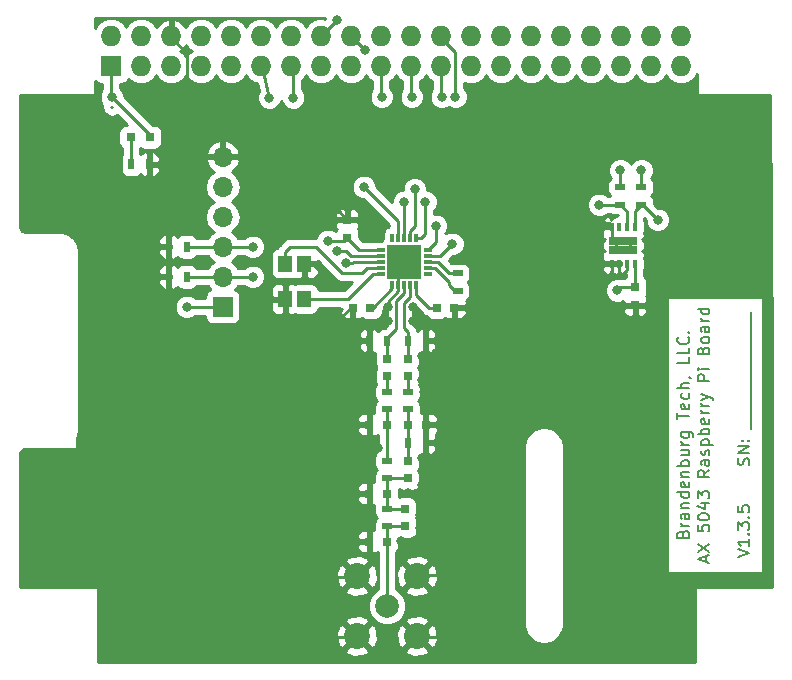
<source format=gtl>
G04 #@! TF.GenerationSoftware,KiCad,Pcbnew,5.0.1-33cea8e~67~ubuntu18.04.1*
G04 #@! TF.CreationDate,2018-12-03T16:30:20-06:00*
G04 #@! TF.ProjectId,PiHatAx5043,50694861744178353034332E6B696361,V1.3*
G04 #@! TF.SameCoordinates,Original*
G04 #@! TF.FileFunction,Copper,L1,Top,Signal*
G04 #@! TF.FilePolarity,Positive*
%FSLAX46Y46*%
G04 Gerber Fmt 4.6, Leading zero omitted, Abs format (unit mm)*
G04 Created by KiCad (PCBNEW 5.0.1-33cea8e~67~ubuntu18.04.1) date Mon 03 Dec 2018 04:30:20 PM CST*
%MOMM*%
%LPD*%
G01*
G04 APERTURE LIST*
G04 #@! TA.AperFunction,NonConductor*
%ADD10C,0.200000*%
G04 #@! TD*
G04 #@! TA.AperFunction,SMDPad,CuDef*
%ADD11R,0.800000X0.800000*%
G04 #@! TD*
G04 #@! TA.AperFunction,SMDPad,CuDef*
%ADD12R,1.150000X1.400000*%
G04 #@! TD*
G04 #@! TA.AperFunction,SMDPad,CuDef*
%ADD13R,0.350000X0.650000*%
G04 #@! TD*
G04 #@! TA.AperFunction,SMDPad,CuDef*
%ADD14R,1.200000X0.775000*%
G04 #@! TD*
G04 #@! TA.AperFunction,ComponentPad*
%ADD15R,1.727200X1.727200*%
G04 #@! TD*
G04 #@! TA.AperFunction,ComponentPad*
%ADD16O,1.727200X1.727200*%
G04 #@! TD*
G04 #@! TA.AperFunction,SMDPad,CuDef*
%ADD17R,0.800000X0.750000*%
G04 #@! TD*
G04 #@! TA.AperFunction,SMDPad,CuDef*
%ADD18R,0.750000X0.800000*%
G04 #@! TD*
G04 #@! TA.AperFunction,SMDPad,CuDef*
%ADD19R,0.900000X0.500000*%
G04 #@! TD*
G04 #@! TA.AperFunction,SMDPad,CuDef*
%ADD20R,0.500000X0.900000*%
G04 #@! TD*
G04 #@! TA.AperFunction,ComponentPad*
%ADD21C,2.200000*%
G04 #@! TD*
G04 #@! TA.AperFunction,ComponentPad*
%ADD22C,2.000000*%
G04 #@! TD*
G04 #@! TA.AperFunction,ComponentPad*
%ADD23R,1.700000X1.700000*%
G04 #@! TD*
G04 #@! TA.AperFunction,ComponentPad*
%ADD24O,1.700000X1.700000*%
G04 #@! TD*
G04 #@! TA.AperFunction,SMDPad,CuDef*
%ADD25R,0.300000X0.750000*%
G04 #@! TD*
G04 #@! TA.AperFunction,SMDPad,CuDef*
%ADD26R,0.750000X0.300000*%
G04 #@! TD*
G04 #@! TA.AperFunction,SMDPad,CuDef*
%ADD27R,2.850000X2.850000*%
G04 #@! TD*
G04 #@! TA.AperFunction,ViaPad*
%ADD28C,0.800000*%
G04 #@! TD*
G04 #@! TA.AperFunction,Conductor*
%ADD29C,0.250000*%
G04 #@! TD*
G04 #@! TA.AperFunction,Conductor*
%ADD30C,0.254000*%
G04 #@! TD*
G04 APERTURE END LIST*
D10*
X100693071Y-82993452D02*
X100740690Y-82850595D01*
X100788309Y-82802976D01*
X100883547Y-82755357D01*
X101026404Y-82755357D01*
X101121642Y-82802976D01*
X101169261Y-82850595D01*
X101216880Y-82945833D01*
X101216880Y-83326785D01*
X100216880Y-83326785D01*
X100216880Y-82993452D01*
X100264500Y-82898214D01*
X100312119Y-82850595D01*
X100407357Y-82802976D01*
X100502595Y-82802976D01*
X100597833Y-82850595D01*
X100645452Y-82898214D01*
X100693071Y-82993452D01*
X100693071Y-83326785D01*
X101216880Y-82326785D02*
X100550214Y-82326785D01*
X100740690Y-82326785D02*
X100645452Y-82279166D01*
X100597833Y-82231547D01*
X100550214Y-82136309D01*
X100550214Y-82041071D01*
X101216880Y-81279166D02*
X100693071Y-81279166D01*
X100597833Y-81326785D01*
X100550214Y-81422023D01*
X100550214Y-81612500D01*
X100597833Y-81707738D01*
X101169261Y-81279166D02*
X101216880Y-81374404D01*
X101216880Y-81612500D01*
X101169261Y-81707738D01*
X101074023Y-81755357D01*
X100978785Y-81755357D01*
X100883547Y-81707738D01*
X100835928Y-81612500D01*
X100835928Y-81374404D01*
X100788309Y-81279166D01*
X100550214Y-80802976D02*
X101216880Y-80802976D01*
X100645452Y-80802976D02*
X100597833Y-80755357D01*
X100550214Y-80660119D01*
X100550214Y-80517261D01*
X100597833Y-80422023D01*
X100693071Y-80374404D01*
X101216880Y-80374404D01*
X101216880Y-79469642D02*
X100216880Y-79469642D01*
X101169261Y-79469642D02*
X101216880Y-79564880D01*
X101216880Y-79755357D01*
X101169261Y-79850595D01*
X101121642Y-79898214D01*
X101026404Y-79945833D01*
X100740690Y-79945833D01*
X100645452Y-79898214D01*
X100597833Y-79850595D01*
X100550214Y-79755357D01*
X100550214Y-79564880D01*
X100597833Y-79469642D01*
X101169261Y-78612500D02*
X101216880Y-78707738D01*
X101216880Y-78898214D01*
X101169261Y-78993452D01*
X101074023Y-79041071D01*
X100693071Y-79041071D01*
X100597833Y-78993452D01*
X100550214Y-78898214D01*
X100550214Y-78707738D01*
X100597833Y-78612500D01*
X100693071Y-78564880D01*
X100788309Y-78564880D01*
X100883547Y-79041071D01*
X100550214Y-78136309D02*
X101216880Y-78136309D01*
X100645452Y-78136309D02*
X100597833Y-78088690D01*
X100550214Y-77993452D01*
X100550214Y-77850595D01*
X100597833Y-77755357D01*
X100693071Y-77707738D01*
X101216880Y-77707738D01*
X101216880Y-77231547D02*
X100216880Y-77231547D01*
X100597833Y-77231547D02*
X100550214Y-77136309D01*
X100550214Y-76945833D01*
X100597833Y-76850595D01*
X100645452Y-76802976D01*
X100740690Y-76755357D01*
X101026404Y-76755357D01*
X101121642Y-76802976D01*
X101169261Y-76850595D01*
X101216880Y-76945833D01*
X101216880Y-77136309D01*
X101169261Y-77231547D01*
X100550214Y-75898214D02*
X101216880Y-75898214D01*
X100550214Y-76326785D02*
X101074023Y-76326785D01*
X101169261Y-76279166D01*
X101216880Y-76183928D01*
X101216880Y-76041071D01*
X101169261Y-75945833D01*
X101121642Y-75898214D01*
X101216880Y-75422023D02*
X100550214Y-75422023D01*
X100740690Y-75422023D02*
X100645452Y-75374404D01*
X100597833Y-75326785D01*
X100550214Y-75231547D01*
X100550214Y-75136309D01*
X100550214Y-74374404D02*
X101359738Y-74374404D01*
X101454976Y-74422023D01*
X101502595Y-74469642D01*
X101550214Y-74564880D01*
X101550214Y-74707738D01*
X101502595Y-74802976D01*
X101169261Y-74374404D02*
X101216880Y-74469642D01*
X101216880Y-74660119D01*
X101169261Y-74755357D01*
X101121642Y-74802976D01*
X101026404Y-74850595D01*
X100740690Y-74850595D01*
X100645452Y-74802976D01*
X100597833Y-74755357D01*
X100550214Y-74660119D01*
X100550214Y-74469642D01*
X100597833Y-74374404D01*
X100216880Y-73279166D02*
X100216880Y-72707738D01*
X101216880Y-72993452D02*
X100216880Y-72993452D01*
X101169261Y-71993452D02*
X101216880Y-72088690D01*
X101216880Y-72279166D01*
X101169261Y-72374404D01*
X101074023Y-72422023D01*
X100693071Y-72422023D01*
X100597833Y-72374404D01*
X100550214Y-72279166D01*
X100550214Y-72088690D01*
X100597833Y-71993452D01*
X100693071Y-71945833D01*
X100788309Y-71945833D01*
X100883547Y-72422023D01*
X101169261Y-71088690D02*
X101216880Y-71183928D01*
X101216880Y-71374404D01*
X101169261Y-71469642D01*
X101121642Y-71517261D01*
X101026404Y-71564880D01*
X100740690Y-71564880D01*
X100645452Y-71517261D01*
X100597833Y-71469642D01*
X100550214Y-71374404D01*
X100550214Y-71183928D01*
X100597833Y-71088690D01*
X101216880Y-70660119D02*
X100216880Y-70660119D01*
X101216880Y-70231547D02*
X100693071Y-70231547D01*
X100597833Y-70279166D01*
X100550214Y-70374404D01*
X100550214Y-70517261D01*
X100597833Y-70612500D01*
X100645452Y-70660119D01*
X101169261Y-69707738D02*
X101216880Y-69707738D01*
X101312119Y-69755357D01*
X101359738Y-69802976D01*
X101216880Y-68041071D02*
X101216880Y-68517261D01*
X100216880Y-68517261D01*
X101216880Y-67231547D02*
X101216880Y-67707738D01*
X100216880Y-67707738D01*
X101121642Y-66326785D02*
X101169261Y-66374404D01*
X101216880Y-66517261D01*
X101216880Y-66612500D01*
X101169261Y-66755357D01*
X101074023Y-66850595D01*
X100978785Y-66898214D01*
X100788309Y-66945833D01*
X100645452Y-66945833D01*
X100454976Y-66898214D01*
X100359738Y-66850595D01*
X100264500Y-66755357D01*
X100216880Y-66612500D01*
X100216880Y-66517261D01*
X100264500Y-66374404D01*
X100312119Y-66326785D01*
X101121642Y-65898214D02*
X101169261Y-65850595D01*
X101216880Y-65898214D01*
X101169261Y-65945833D01*
X101121642Y-65898214D01*
X101216880Y-65898214D01*
X102631166Y-85350595D02*
X102631166Y-84874404D01*
X102916880Y-85445833D02*
X101916880Y-85112500D01*
X102916880Y-84779166D01*
X101916880Y-84541071D02*
X102916880Y-83874404D01*
X101916880Y-83874404D02*
X102916880Y-84541071D01*
X101916880Y-82255357D02*
X101916880Y-82731547D01*
X102393071Y-82779166D01*
X102345452Y-82731547D01*
X102297833Y-82636309D01*
X102297833Y-82398214D01*
X102345452Y-82302976D01*
X102393071Y-82255357D01*
X102488309Y-82207738D01*
X102726404Y-82207738D01*
X102821642Y-82255357D01*
X102869261Y-82302976D01*
X102916880Y-82398214D01*
X102916880Y-82636309D01*
X102869261Y-82731547D01*
X102821642Y-82779166D01*
X101916880Y-81588690D02*
X101916880Y-81493452D01*
X101964500Y-81398214D01*
X102012119Y-81350595D01*
X102107357Y-81302976D01*
X102297833Y-81255357D01*
X102535928Y-81255357D01*
X102726404Y-81302976D01*
X102821642Y-81350595D01*
X102869261Y-81398214D01*
X102916880Y-81493452D01*
X102916880Y-81588690D01*
X102869261Y-81683928D01*
X102821642Y-81731547D01*
X102726404Y-81779166D01*
X102535928Y-81826785D01*
X102297833Y-81826785D01*
X102107357Y-81779166D01*
X102012119Y-81731547D01*
X101964500Y-81683928D01*
X101916880Y-81588690D01*
X102250214Y-80398214D02*
X102916880Y-80398214D01*
X101869261Y-80636309D02*
X102583547Y-80874404D01*
X102583547Y-80255357D01*
X101916880Y-79969642D02*
X101916880Y-79350595D01*
X102297833Y-79683928D01*
X102297833Y-79541071D01*
X102345452Y-79445833D01*
X102393071Y-79398214D01*
X102488309Y-79350595D01*
X102726404Y-79350595D01*
X102821642Y-79398214D01*
X102869261Y-79445833D01*
X102916880Y-79541071D01*
X102916880Y-79826785D01*
X102869261Y-79922023D01*
X102821642Y-79969642D01*
X102916880Y-77588690D02*
X102440690Y-77922023D01*
X102916880Y-78160119D02*
X101916880Y-78160119D01*
X101916880Y-77779166D01*
X101964500Y-77683928D01*
X102012119Y-77636309D01*
X102107357Y-77588690D01*
X102250214Y-77588690D01*
X102345452Y-77636309D01*
X102393071Y-77683928D01*
X102440690Y-77779166D01*
X102440690Y-78160119D01*
X102916880Y-76731547D02*
X102393071Y-76731547D01*
X102297833Y-76779166D01*
X102250214Y-76874404D01*
X102250214Y-77064880D01*
X102297833Y-77160119D01*
X102869261Y-76731547D02*
X102916880Y-76826785D01*
X102916880Y-77064880D01*
X102869261Y-77160119D01*
X102774023Y-77207738D01*
X102678785Y-77207738D01*
X102583547Y-77160119D01*
X102535928Y-77064880D01*
X102535928Y-76826785D01*
X102488309Y-76731547D01*
X102869261Y-76302976D02*
X102916880Y-76207738D01*
X102916880Y-76017261D01*
X102869261Y-75922023D01*
X102774023Y-75874404D01*
X102726404Y-75874404D01*
X102631166Y-75922023D01*
X102583547Y-76017261D01*
X102583547Y-76160119D01*
X102535928Y-76255357D01*
X102440690Y-76302976D01*
X102393071Y-76302976D01*
X102297833Y-76255357D01*
X102250214Y-76160119D01*
X102250214Y-76017261D01*
X102297833Y-75922023D01*
X102250214Y-75445833D02*
X103250214Y-75445833D01*
X102297833Y-75445833D02*
X102250214Y-75350595D01*
X102250214Y-75160119D01*
X102297833Y-75064880D01*
X102345452Y-75017261D01*
X102440690Y-74969642D01*
X102726404Y-74969642D01*
X102821642Y-75017261D01*
X102869261Y-75064880D01*
X102916880Y-75160119D01*
X102916880Y-75350595D01*
X102869261Y-75445833D01*
X102916880Y-74541071D02*
X101916880Y-74541071D01*
X102297833Y-74541071D02*
X102250214Y-74445833D01*
X102250214Y-74255357D01*
X102297833Y-74160119D01*
X102345452Y-74112500D01*
X102440690Y-74064880D01*
X102726404Y-74064880D01*
X102821642Y-74112500D01*
X102869261Y-74160119D01*
X102916880Y-74255357D01*
X102916880Y-74445833D01*
X102869261Y-74541071D01*
X102869261Y-73255357D02*
X102916880Y-73350595D01*
X102916880Y-73541071D01*
X102869261Y-73636309D01*
X102774023Y-73683928D01*
X102393071Y-73683928D01*
X102297833Y-73636309D01*
X102250214Y-73541071D01*
X102250214Y-73350595D01*
X102297833Y-73255357D01*
X102393071Y-73207738D01*
X102488309Y-73207738D01*
X102583547Y-73683928D01*
X102916880Y-72779166D02*
X102250214Y-72779166D01*
X102440690Y-72779166D02*
X102345452Y-72731547D01*
X102297833Y-72683928D01*
X102250214Y-72588690D01*
X102250214Y-72493452D01*
X102916880Y-72160119D02*
X102250214Y-72160119D01*
X102440690Y-72160119D02*
X102345452Y-72112500D01*
X102297833Y-72064880D01*
X102250214Y-71969642D01*
X102250214Y-71874404D01*
X102250214Y-71636309D02*
X102916880Y-71398214D01*
X102250214Y-71160119D02*
X102916880Y-71398214D01*
X103154976Y-71493452D01*
X103202595Y-71541071D01*
X103250214Y-71636309D01*
X102916880Y-70017261D02*
X101916880Y-70017261D01*
X101916880Y-69636309D01*
X101964500Y-69541071D01*
X102012119Y-69493452D01*
X102107357Y-69445833D01*
X102250214Y-69445833D01*
X102345452Y-69493452D01*
X102393071Y-69541071D01*
X102440690Y-69636309D01*
X102440690Y-70017261D01*
X102916880Y-69017261D02*
X102250214Y-69017261D01*
X101916880Y-69017261D02*
X101964500Y-69064880D01*
X102012119Y-69017261D01*
X101964500Y-68969642D01*
X101916880Y-69017261D01*
X102012119Y-69017261D01*
X102393071Y-67445833D02*
X102440690Y-67302976D01*
X102488309Y-67255357D01*
X102583547Y-67207738D01*
X102726404Y-67207738D01*
X102821642Y-67255357D01*
X102869261Y-67302976D01*
X102916880Y-67398214D01*
X102916880Y-67779166D01*
X101916880Y-67779166D01*
X101916880Y-67445833D01*
X101964500Y-67350595D01*
X102012119Y-67302976D01*
X102107357Y-67255357D01*
X102202595Y-67255357D01*
X102297833Y-67302976D01*
X102345452Y-67350595D01*
X102393071Y-67445833D01*
X102393071Y-67779166D01*
X102916880Y-66636309D02*
X102869261Y-66731547D01*
X102821642Y-66779166D01*
X102726404Y-66826785D01*
X102440690Y-66826785D01*
X102345452Y-66779166D01*
X102297833Y-66731547D01*
X102250214Y-66636309D01*
X102250214Y-66493452D01*
X102297833Y-66398214D01*
X102345452Y-66350595D01*
X102440690Y-66302976D01*
X102726404Y-66302976D01*
X102821642Y-66350595D01*
X102869261Y-66398214D01*
X102916880Y-66493452D01*
X102916880Y-66636309D01*
X102916880Y-65445833D02*
X102393071Y-65445833D01*
X102297833Y-65493452D01*
X102250214Y-65588690D01*
X102250214Y-65779166D01*
X102297833Y-65874404D01*
X102869261Y-65445833D02*
X102916880Y-65541071D01*
X102916880Y-65779166D01*
X102869261Y-65874404D01*
X102774023Y-65922023D01*
X102678785Y-65922023D01*
X102583547Y-65874404D01*
X102535928Y-65779166D01*
X102535928Y-65541071D01*
X102488309Y-65445833D01*
X102916880Y-64969642D02*
X102250214Y-64969642D01*
X102440690Y-64969642D02*
X102345452Y-64922023D01*
X102297833Y-64874404D01*
X102250214Y-64779166D01*
X102250214Y-64683928D01*
X102916880Y-63922023D02*
X101916880Y-63922023D01*
X102869261Y-63922023D02*
X102916880Y-64017261D01*
X102916880Y-64207738D01*
X102869261Y-64302976D01*
X102821642Y-64350595D01*
X102726404Y-64398214D01*
X102440690Y-64398214D01*
X102345452Y-64350595D01*
X102297833Y-64302976D01*
X102250214Y-64207738D01*
X102250214Y-64017261D01*
X102297833Y-63922023D01*
X105316880Y-84945833D02*
X106316880Y-84612500D01*
X105316880Y-84279166D01*
X106316880Y-83422023D02*
X106316880Y-83993452D01*
X106316880Y-83707738D02*
X105316880Y-83707738D01*
X105459738Y-83802976D01*
X105554976Y-83898214D01*
X105602595Y-83993452D01*
X106221642Y-82993452D02*
X106269261Y-82945833D01*
X106316880Y-82993452D01*
X106269261Y-83041071D01*
X106221642Y-82993452D01*
X106316880Y-82993452D01*
X105316880Y-82612500D02*
X105316880Y-81993452D01*
X105697833Y-82326785D01*
X105697833Y-82183928D01*
X105745452Y-82088690D01*
X105793071Y-82041071D01*
X105888309Y-81993452D01*
X106126404Y-81993452D01*
X106221642Y-82041071D01*
X106269261Y-82088690D01*
X106316880Y-82183928D01*
X106316880Y-82469642D01*
X106269261Y-82564880D01*
X106221642Y-82612500D01*
X106221642Y-81564880D02*
X106269261Y-81517261D01*
X106316880Y-81564880D01*
X106269261Y-81612500D01*
X106221642Y-81564880D01*
X106316880Y-81564880D01*
X105316880Y-80612500D02*
X105316880Y-81088690D01*
X105793071Y-81136309D01*
X105745452Y-81088690D01*
X105697833Y-80993452D01*
X105697833Y-80755357D01*
X105745452Y-80660119D01*
X105793071Y-80612500D01*
X105888309Y-80564880D01*
X106126404Y-80564880D01*
X106221642Y-80612500D01*
X106269261Y-80660119D01*
X106316880Y-80755357D01*
X106316880Y-80993452D01*
X106269261Y-81088690D01*
X106221642Y-81136309D01*
X106269261Y-77136309D02*
X106316880Y-76993452D01*
X106316880Y-76755357D01*
X106269261Y-76660119D01*
X106221642Y-76612500D01*
X106126404Y-76564880D01*
X106031166Y-76564880D01*
X105935928Y-76612500D01*
X105888309Y-76660119D01*
X105840690Y-76755357D01*
X105793071Y-76945833D01*
X105745452Y-77041071D01*
X105697833Y-77088690D01*
X105602595Y-77136309D01*
X105507357Y-77136309D01*
X105412119Y-77088690D01*
X105364500Y-77041071D01*
X105316880Y-76945833D01*
X105316880Y-76707738D01*
X105364500Y-76564880D01*
X106316880Y-76136309D02*
X105316880Y-76136309D01*
X106316880Y-75564880D01*
X105316880Y-75564880D01*
X106221642Y-75088690D02*
X106269261Y-75041071D01*
X106316880Y-75088690D01*
X106269261Y-75136309D01*
X106221642Y-75088690D01*
X106316880Y-75088690D01*
X105697833Y-75088690D02*
X105745452Y-75041071D01*
X105793071Y-75088690D01*
X105745452Y-75136309D01*
X105697833Y-75088690D01*
X105793071Y-75088690D01*
X106412119Y-74088690D02*
X106412119Y-73326785D01*
X106412119Y-73326785D02*
X106412119Y-72564880D01*
X106412119Y-72564880D02*
X106412119Y-71802976D01*
X106412119Y-71802976D02*
X106412119Y-71041071D01*
X106412119Y-71041071D02*
X106412119Y-70279166D01*
X106412119Y-70279166D02*
X106412119Y-69517261D01*
X106412119Y-69517261D02*
X106412119Y-68755357D01*
X106412119Y-68755357D02*
X106412119Y-67993452D01*
X106412119Y-67993452D02*
X106412119Y-67231547D01*
X106412119Y-67231547D02*
X106412119Y-66469642D01*
X106412119Y-66469642D02*
X106412119Y-65707738D01*
X106412119Y-65707738D02*
X106412119Y-64945833D01*
X106412119Y-64945833D02*
X106412119Y-64183928D01*
D11*
G04 #@! TO.P,D1,2*
G04 #@! TO.N,+3V3*
X55537000Y-49403000D03*
G04 #@! TO.P,D1,1*
G04 #@! TO.N,Net-(D1-Pad1)*
X53937000Y-49403000D03*
G04 #@! TD*
D12*
G04 #@! TO.P,Y1,1*
G04 #@! TO.N,Net-(IC1-Pad20)*
X68618000Y-63095000D03*
G04 #@! TO.P,Y1,2*
G04 #@! TO.N,GND*
X68618000Y-60095000D03*
G04 #@! TO.P,Y1,3*
G04 #@! TO.N,Net-(IC1-Pad19)*
X67018000Y-60095000D03*
G04 #@! TO.P,Y1,4*
G04 #@! TO.N,GND*
X67018000Y-63095000D03*
G04 #@! TD*
D13*
G04 #@! TO.P,U2,1*
G04 #@! TO.N,I2C_SDA*
X96606000Y-56997000D03*
G04 #@! TO.P,U2,2*
G04 #@! TO.N,I2C_SCL*
X95956000Y-56997000D03*
G04 #@! TO.P,U2,3*
G04 #@! TO.N,Net-(U2-Pad3)*
X95306000Y-56997000D03*
G04 #@! TO.P,U2,4*
G04 #@! TO.N,GND*
X94656000Y-56997000D03*
G04 #@! TO.P,U2,5*
X94656000Y-60097000D03*
G04 #@! TO.P,U2,6*
X95306000Y-60097000D03*
G04 #@! TO.P,U2,7*
X95956000Y-60097000D03*
G04 #@! TO.P,U2,8*
G04 #@! TO.N,+3V3*
X96606000Y-60097000D03*
D14*
G04 #@! TO.P,U2,9*
G04 #@! TO.N,GND*
X95031000Y-58934500D03*
X96231000Y-58934500D03*
X95031000Y-58159500D03*
X96231000Y-58159500D03*
G04 #@! TD*
D15*
G04 #@! TO.P,P2,1*
G04 #@! TO.N,+3V3*
X52270000Y-43370000D03*
D16*
G04 #@! TO.P,P2,2*
G04 #@! TO.N,+5V*
X52270000Y-40830000D03*
G04 #@! TO.P,P2,3*
G04 #@! TO.N,/GPIO0(SDA)*
X54810000Y-43370000D03*
G04 #@! TO.P,P2,4*
G04 #@! TO.N,Net-(P2-Pad4)*
X54810000Y-40830000D03*
G04 #@! TO.P,P2,5*
G04 #@! TO.N,/GPIO1(SCL)*
X57350000Y-43370000D03*
G04 #@! TO.P,P2,6*
G04 #@! TO.N,GND*
X57350000Y-40830000D03*
G04 #@! TO.P,P2,7*
G04 #@! TO.N,/GPIO4*
X59890000Y-43370000D03*
G04 #@! TO.P,P2,8*
G04 #@! TO.N,/TXD*
X59890000Y-40830000D03*
G04 #@! TO.P,P2,9*
G04 #@! TO.N,Net-(P2-Pad9)*
X62430000Y-43370000D03*
G04 #@! TO.P,P2,10*
G04 #@! TO.N,/RXD*
X62430000Y-40830000D03*
G04 #@! TO.P,P2,11*
G04 #@! TO.N,AX5043_IRQ*
X64970000Y-43370000D03*
G04 #@! TO.P,P2,12*
G04 #@! TO.N,/GPIO18*
X64970000Y-40830000D03*
G04 #@! TO.P,P2,13*
G04 #@! TO.N,AX5043_SYSCLK*
X67510000Y-43370000D03*
G04 #@! TO.P,P2,14*
G04 #@! TO.N,Net-(P2-Pad14)*
X67510000Y-40830000D03*
G04 #@! TO.P,P2,15*
G04 #@! TO.N,Net-(P2-Pad15)*
X70050000Y-43370000D03*
G04 #@! TO.P,P2,16*
G04 #@! TO.N,I2C_SDA*
X70050000Y-40830000D03*
G04 #@! TO.P,P2,17*
G04 #@! TO.N,Net-(P2-Pad17)*
X72590000Y-43370000D03*
G04 #@! TO.P,P2,18*
G04 #@! TO.N,I2C_SCL*
X72590000Y-40830000D03*
G04 #@! TO.P,P2,19*
G04 #@! TO.N,AX5043_MOSI*
X75130000Y-43370000D03*
G04 #@! TO.P,P2,20*
G04 #@! TO.N,Net-(P2-Pad20)*
X75130000Y-40830000D03*
G04 #@! TO.P,P2,21*
G04 #@! TO.N,AX5043_MISO*
X77670000Y-43370000D03*
G04 #@! TO.P,P2,22*
G04 #@! TO.N,/GPIO25*
X77670000Y-40830000D03*
G04 #@! TO.P,P2,23*
G04 #@! TO.N,AX5043_CLK*
X80210000Y-43370000D03*
G04 #@! TO.P,P2,24*
G04 #@! TO.N,AX5043_SEL*
X80210000Y-40830000D03*
G04 #@! TO.P,P2,25*
G04 #@! TO.N,Net-(P2-Pad25)*
X82750000Y-43370000D03*
G04 #@! TO.P,P2,26*
G04 #@! TO.N,/GPIO7(CE1)*
X82750000Y-40830000D03*
G04 #@! TO.P,P2,27*
G04 #@! TO.N,N/C*
X85290000Y-43370000D03*
G04 #@! TO.P,P2,28*
X85290000Y-40830000D03*
G04 #@! TO.P,P2,29*
X87830000Y-43370000D03*
G04 #@! TO.P,P2,30*
X87830000Y-40830000D03*
G04 #@! TO.P,P2,31*
X90370000Y-43370000D03*
G04 #@! TO.P,P2,32*
X90370000Y-40830000D03*
G04 #@! TO.P,P2,33*
X92910000Y-43370000D03*
G04 #@! TO.P,P2,34*
X92910000Y-40830000D03*
G04 #@! TO.P,P2,35*
X95450000Y-43370000D03*
G04 #@! TO.P,P2,36*
X95450000Y-40830000D03*
G04 #@! TO.P,P2,37*
X97990000Y-43370000D03*
G04 #@! TO.P,P2,38*
X97990000Y-40830000D03*
G04 #@! TO.P,P2,39*
X100530000Y-43370000D03*
G04 #@! TO.P,P2,40*
X100530000Y-40830000D03*
G04 #@! TD*
D17*
G04 #@! TO.P,C1,2*
G04 #@! TO.N,GND*
X74116500Y-83629500D03*
G04 #@! TO.P,C1,1*
G04 #@! TO.N,Net-(C1-Pad1)*
X75616500Y-83629500D03*
G04 #@! TD*
D18*
G04 #@! TO.P,C2,2*
G04 #@! TO.N,Net-(C1-Pad1)*
X77152500Y-82347500D03*
G04 #@! TO.P,C2,1*
G04 #@! TO.N,Net-(C2-Pad1)*
X77152500Y-80847500D03*
G04 #@! TD*
D17*
G04 #@! TO.P,C3,2*
G04 #@! TO.N,GND*
X74116500Y-79565500D03*
G04 #@! TO.P,C3,1*
G04 #@! TO.N,Net-(C2-Pad1)*
X75616500Y-79565500D03*
G04 #@! TD*
D18*
G04 #@! TO.P,C4,2*
G04 #@! TO.N,Net-(C2-Pad1)*
X77406500Y-78283500D03*
G04 #@! TO.P,C4,1*
G04 #@! TO.N,Net-(C4-Pad1)*
X77406500Y-76783500D03*
G04 #@! TD*
D17*
G04 #@! TO.P,C5,2*
G04 #@! TO.N,GND*
X74116500Y-73723500D03*
G04 #@! TO.P,C5,1*
G04 #@! TO.N,Net-(C5-Pad1)*
X75616500Y-73723500D03*
G04 #@! TD*
G04 #@! TO.P,C6,2*
G04 #@! TO.N,GND*
X78918500Y-73723500D03*
G04 #@! TO.P,C6,1*
G04 #@! TO.N,Net-(C4-Pad1)*
X77418500Y-73723500D03*
G04 #@! TD*
D18*
G04 #@! TO.P,C7,2*
G04 #@! TO.N,Net-(C7-Pad2)*
X75628500Y-69647500D03*
G04 #@! TO.P,C7,1*
G04 #@! TO.N,Net-(C7-Pad1)*
X75628500Y-68147500D03*
G04 #@! TD*
G04 #@! TO.P,C8,2*
G04 #@! TO.N,Net-(C8-Pad2)*
X77406500Y-69647500D03*
G04 #@! TO.P,C8,1*
G04 #@! TO.N,Net-(C8-Pad1)*
X77406500Y-68147500D03*
G04 #@! TD*
D17*
G04 #@! TO.P,C9,2*
G04 #@! TO.N,GND*
X72719500Y-63817500D03*
G04 #@! TO.P,C9,1*
G04 #@! TO.N,Net-(C9-Pad1)*
X74219500Y-63817500D03*
G04 #@! TD*
G04 #@! TO.P,C10,2*
G04 #@! TO.N,GND*
X81331500Y-63817500D03*
G04 #@! TO.P,C10,1*
G04 #@! TO.N,Net-(C10-Pad1)*
X79831500Y-63817500D03*
G04 #@! TD*
D18*
G04 #@! TO.P,C11,2*
G04 #@! TO.N,GND*
X72263000Y-56400000D03*
G04 #@! TO.P,C11,1*
G04 #@! TO.N,+3V3*
X72263000Y-57900000D03*
G04 #@! TD*
G04 #@! TO.P,C12,2*
G04 #@! TO.N,GND*
X96647000Y-63615000D03*
G04 #@! TO.P,C12,1*
G04 #@! TO.N,+3V3*
X96647000Y-62115000D03*
G04 #@! TD*
D19*
G04 #@! TO.P,L1,1*
G04 #@! TO.N,Net-(C2-Pad1)*
X75628500Y-80847500D03*
G04 #@! TO.P,L1,2*
G04 #@! TO.N,Net-(C1-Pad1)*
X75628500Y-82347500D03*
G04 #@! TD*
G04 #@! TO.P,L2,1*
G04 #@! TO.N,Net-(C5-Pad1)*
X75628500Y-76783500D03*
G04 #@! TO.P,L2,2*
G04 #@! TO.N,Net-(C2-Pad1)*
X75628500Y-78283500D03*
G04 #@! TD*
D20*
G04 #@! TO.P,L3,1*
G04 #@! TO.N,GND*
X78918500Y-75247500D03*
G04 #@! TO.P,L3,2*
G04 #@! TO.N,Net-(C4-Pad1)*
X77418500Y-75247500D03*
G04 #@! TD*
D19*
G04 #@! TO.P,L4,1*
G04 #@! TO.N,Net-(C7-Pad2)*
X75628500Y-70941500D03*
G04 #@! TO.P,L4,2*
G04 #@! TO.N,Net-(C5-Pad1)*
X75628500Y-72441500D03*
G04 #@! TD*
G04 #@! TO.P,L5,1*
G04 #@! TO.N,Net-(C8-Pad2)*
X77406500Y-70941500D03*
G04 #@! TO.P,L5,2*
G04 #@! TO.N,Net-(C4-Pad1)*
X77406500Y-72441500D03*
G04 #@! TD*
D20*
G04 #@! TO.P,L6,1*
G04 #@! TO.N,GND*
X78918500Y-66611500D03*
G04 #@! TO.P,L6,2*
G04 #@! TO.N,Net-(C8-Pad1)*
X77418500Y-66611500D03*
G04 #@! TD*
G04 #@! TO.P,L7,1*
G04 #@! TO.N,GND*
X74116500Y-66611500D03*
G04 #@! TO.P,L7,2*
G04 #@! TO.N,Net-(C7-Pad1)*
X75616500Y-66611500D03*
G04 #@! TD*
D19*
G04 #@! TO.P,L8,1*
G04 #@! TO.N,Net-(IC1-Pad8)*
X81597500Y-60908500D03*
G04 #@! TO.P,L8,2*
G04 #@! TO.N,Net-(IC1-Pad7)*
X81597500Y-62408500D03*
G04 #@! TD*
D21*
G04 #@! TO.P,P1,2*
G04 #@! TO.N,GND*
X73088500Y-86550500D03*
X78168500Y-86550500D03*
X78168500Y-91630500D03*
X73088500Y-91630500D03*
D22*
G04 #@! TO.P,P1,1*
G04 #@! TO.N,Net-(C1-Pad1)*
X75628500Y-89090500D03*
G04 #@! TD*
D23*
G04 #@! TO.P,P3,1*
G04 #@! TO.N,+3V3*
X61722000Y-63754000D03*
D24*
G04 #@! TO.P,P3,2*
G04 #@! TO.N,AX5043_GPADC2*
X61722000Y-61214000D03*
G04 #@! TO.P,P3,3*
G04 #@! TO.N,AX5043_GPADC1*
X61722000Y-58674000D03*
G04 #@! TO.P,P3,4*
G04 #@! TO.N,Net-(P3-Pad4)*
X61722000Y-56134000D03*
G04 #@! TO.P,P3,5*
G04 #@! TO.N,Net-(P3-Pad5)*
X61722000Y-53594000D03*
G04 #@! TO.P,P3,6*
G04 #@! TO.N,GND*
X61722000Y-51054000D03*
G04 #@! TD*
D20*
G04 #@! TO.P,R1,1*
G04 #@! TO.N,AX5043_GPADC2*
X58662000Y-61214000D03*
G04 #@! TO.P,R1,2*
G04 #@! TO.N,GND*
X57162000Y-61214000D03*
G04 #@! TD*
G04 #@! TO.P,R2,1*
G04 #@! TO.N,AX5043_GPADC1*
X58662000Y-58674000D03*
G04 #@! TO.P,R2,2*
G04 #@! TO.N,GND*
X57162000Y-58674000D03*
G04 #@! TD*
D19*
G04 #@! TO.P,R3,1*
G04 #@! TO.N,+3V3*
X97155000Y-53606000D03*
G04 #@! TO.P,R3,2*
G04 #@! TO.N,I2C_SDA*
X97155000Y-55106000D03*
G04 #@! TD*
G04 #@! TO.P,R4,1*
G04 #@! TO.N,+3V3*
X95377000Y-53606000D03*
G04 #@! TO.P,R4,2*
G04 #@! TO.N,I2C_SCL*
X95377000Y-55106000D03*
G04 #@! TD*
D20*
G04 #@! TO.P,R5,1*
G04 #@! TO.N,Net-(D1-Pad1)*
X53987000Y-51689000D03*
G04 #@! TO.P,R5,2*
G04 #@! TO.N,GND*
X55487000Y-51689000D03*
G04 #@! TD*
D25*
G04 #@! TO.P,IC1,1*
G04 #@! TO.N,Net-(C9-Pad1)*
X76078840Y-61944000D03*
G04 #@! TO.P,IC1,2*
G04 #@! TO.N,GND*
X76578840Y-61944000D03*
G04 #@! TO.P,IC1,3*
G04 #@! TO.N,Net-(C7-Pad1)*
X77078840Y-61944000D03*
G04 #@! TO.P,IC1,4*
G04 #@! TO.N,Net-(C8-Pad1)*
X77578840Y-61944000D03*
G04 #@! TO.P,IC1,5*
G04 #@! TO.N,Net-(C10-Pad1)*
X78078840Y-61944000D03*
D26*
G04 #@! TO.P,IC1,6*
G04 #@! TO.N,Net-(IC1-Pad6)*
X79078840Y-60944000D03*
G04 #@! TO.P,IC1,7*
G04 #@! TO.N,Net-(IC1-Pad7)*
X79078840Y-60444000D03*
G04 #@! TO.P,IC1,8*
G04 #@! TO.N,Net-(IC1-Pad8)*
X79078840Y-59944000D03*
G04 #@! TO.P,IC1,9*
G04 #@! TO.N,AX5043_SYSCLK*
X79078840Y-59444000D03*
G04 #@! TO.P,IC1,10*
G04 #@! TO.N,AX5043_SEL*
X79078840Y-58944000D03*
D25*
G04 #@! TO.P,IC1,11*
G04 #@! TO.N,AX5043_CLK*
X78078840Y-57944000D03*
G04 #@! TO.P,IC1,12*
G04 #@! TO.N,AX5043_MISO*
X77578840Y-57944000D03*
G04 #@! TO.P,IC1,13*
G04 #@! TO.N,AX5043_MOSI*
X77078840Y-57944000D03*
G04 #@! TO.P,IC1,14*
G04 #@! TO.N,AX5043_IRQ*
X76578840Y-57944000D03*
G04 #@! TO.P,IC1,15*
G04 #@! TO.N,Net-(IC1-Pad15)*
X76078840Y-57944000D03*
D26*
G04 #@! TO.P,IC1,16*
G04 #@! TO.N,+3V3*
X75078840Y-58944000D03*
G04 #@! TO.P,IC1,17*
G04 #@! TO.N,AX5043_GPADC1*
X75078840Y-59444000D03*
G04 #@! TO.P,IC1,18*
G04 #@! TO.N,AX5043_GPADC2*
X75078840Y-59944000D03*
G04 #@! TO.P,IC1,19*
G04 #@! TO.N,Net-(IC1-Pad19)*
X75078840Y-60444000D03*
G04 #@! TO.P,IC1,20*
G04 #@! TO.N,Net-(IC1-Pad20)*
X75078840Y-60944000D03*
D27*
G04 #@! TO.P,IC1,21*
G04 #@! TO.N,GND*
X77078840Y-59944000D03*
G04 #@! TD*
D28*
G04 #@! TO.N,GND*
X78930500Y-64960500D03*
X80010000Y-66675000D03*
X80010000Y-65532000D03*
X77787500Y-63754000D03*
X77787500Y-64960500D03*
X59055000Y-51054000D03*
X82804000Y-63881000D03*
X72771000Y-79502000D03*
X72898000Y-82486500D03*
X74231500Y-82105500D03*
X74231500Y-80772000D03*
X73152000Y-80708500D03*
X72771000Y-73787000D03*
X73088500Y-78422500D03*
X74104500Y-77597000D03*
X74104500Y-76454000D03*
X74866500Y-75692000D03*
X74295000Y-74930000D03*
X73215500Y-74866500D03*
X72644000Y-66675000D03*
X72961500Y-72771000D03*
X74104500Y-72263000D03*
X74104500Y-71120000D03*
X74358500Y-70040500D03*
X74358500Y-69024500D03*
X74358500Y-68008500D03*
X73152000Y-67754500D03*
X73025000Y-65468500D03*
X74485500Y-65278000D03*
X75692000Y-64960500D03*
X80137000Y-75311000D03*
X76835000Y-83566000D03*
X78041500Y-83502500D03*
X78422500Y-82486500D03*
X78422500Y-81343500D03*
X78422500Y-80264000D03*
X77406500Y-79502000D03*
X78613000Y-78803500D03*
X78613000Y-77660500D03*
X78613000Y-76581000D03*
X79883000Y-76390500D03*
X78613000Y-67945000D03*
X79756000Y-67691000D03*
X79692500Y-72517000D03*
X78740000Y-72072500D03*
X78740000Y-70993000D03*
X78613000Y-69977000D03*
X78613000Y-68961000D03*
X93218000Y-56388000D03*
X72771000Y-83566000D03*
X58674000Y-47752000D03*
X55753000Y-58674000D03*
X55499000Y-62103000D03*
X70866000Y-55753000D03*
X65405000Y-63119000D03*
X70231000Y-60960000D03*
X71501000Y-64897000D03*
X94107000Y-61341000D03*
X96647000Y-65024000D03*
X80137000Y-73787000D03*
X81026000Y-91694000D03*
X80899000Y-86487000D03*
X70231000Y-86614000D03*
X70358000Y-91694000D03*
X75692000Y-63754000D03*
G04 #@! TO.N,+3V3*
X95123000Y-62357000D03*
X97155000Y-52197000D03*
X95377000Y-52197000D03*
X70612000Y-58166000D03*
X58674000Y-63754000D03*
X52324000Y-45974000D03*
G04 #@! TO.N,AX5043_IRQ*
X73660000Y-53594000D03*
X65659000Y-46037500D03*
G04 #@! TO.N,AX5043_SYSCLK*
X67690500Y-46038900D03*
X81153000Y-58420000D03*
G04 #@! TO.N,I2C_SDA*
X98552000Y-56388000D03*
X71374000Y-39497000D03*
G04 #@! TO.N,I2C_SCL*
X73787000Y-42037000D03*
X93599000Y-55118000D03*
G04 #@! TO.N,AX5043_MOSI*
X77089000Y-54864000D03*
X75184000Y-45974000D03*
G04 #@! TO.N,AX5043_MISO*
X77978000Y-53784500D03*
X77724000Y-45974000D03*
G04 #@! TO.N,AX5043_CLK*
X78867000Y-54864000D03*
X80264000Y-45974000D03*
G04 #@! TO.N,AX5043_SEL*
X79756000Y-56896000D03*
X81407000Y-45974000D03*
G04 #@! TO.N,AX5043_GPADC2*
X64262000Y-61214000D03*
X72136000Y-60071000D03*
G04 #@! TO.N,AX5043_GPADC1*
X71374000Y-59055000D03*
X64262000Y-58674000D03*
G04 #@! TD*
D29*
G04 #@! TO.N,*
X52270000Y-46821000D02*
X52324000Y-46875000D01*
G04 #@! TO.N,GND*
X55487000Y-51689000D02*
X58420000Y-51689000D01*
X59055000Y-51054000D02*
X61722000Y-51054000D01*
X58420000Y-51689000D02*
X59055000Y-51054000D01*
X96231000Y-58934500D02*
X96231000Y-58159500D01*
X95031000Y-58159500D02*
X96231000Y-58159500D01*
X95031000Y-58159500D02*
X95031000Y-58934500D01*
X94656000Y-56997000D02*
X94656000Y-57784500D01*
X94656000Y-57784500D02*
X95031000Y-58159500D01*
X81395000Y-63881000D02*
X82804000Y-63881000D01*
X74053000Y-79502000D02*
X72771000Y-79502000D01*
X74053000Y-73787000D02*
X72771000Y-73787000D01*
X74116500Y-66611500D02*
X72707500Y-66611500D01*
X78982000Y-75311000D02*
X80137000Y-75311000D01*
X78982000Y-66675000D02*
X80010000Y-66675000D01*
X94656000Y-56997000D02*
X94656000Y-56746500D01*
X94656000Y-56746500D02*
X93218000Y-56388000D01*
X72771000Y-83566000D02*
X74053000Y-83566000D01*
X57350000Y-40830000D02*
X57350000Y-40967000D01*
X57350000Y-40967000D02*
X58674000Y-42291000D01*
X58674000Y-42291000D02*
X58674000Y-47752000D01*
X57162000Y-58674000D02*
X55753000Y-58674000D01*
X57162000Y-61214000D02*
X56388000Y-61214000D01*
X56388000Y-61214000D02*
X55499000Y-62103000D01*
X72263000Y-56400000D02*
X71616000Y-55753000D01*
X71616000Y-55753000D02*
X70866000Y-55753000D01*
X67018000Y-63095000D02*
X65429000Y-63095000D01*
X65429000Y-63095000D02*
X65405000Y-63119000D01*
X68618000Y-60095000D02*
X69366000Y-60095000D01*
X69366000Y-60095000D02*
X70231000Y-60960000D01*
X72719500Y-63817500D02*
X72580500Y-63817500D01*
X72580500Y-63817500D02*
X71501000Y-64897000D01*
X94656000Y-61128000D02*
X94320000Y-61128000D01*
X94320000Y-61128000D02*
X94107000Y-61341000D01*
X95306000Y-60097000D02*
X95306000Y-61285000D01*
X95306000Y-61285000D02*
X95250000Y-61341000D01*
X95250000Y-61341000D02*
X94869000Y-61341000D01*
X94869000Y-61341000D02*
X94656000Y-61128000D01*
X94656000Y-61128000D02*
X94656000Y-60097000D01*
X95956000Y-60097000D02*
X95956000Y-60635000D01*
X95956000Y-60635000D02*
X95250000Y-61341000D01*
X96647000Y-63615000D02*
X96647000Y-65024000D01*
X81331500Y-63817500D02*
X81395000Y-63881000D01*
X78918500Y-66611500D02*
X78982000Y-66675000D01*
X78918500Y-73723500D02*
X78982000Y-73787000D01*
X78982000Y-73787000D02*
X80137000Y-73787000D01*
X78918500Y-75247500D02*
X78982000Y-75311000D01*
X74116500Y-73723500D02*
X74053000Y-73787000D01*
X74116500Y-79565500D02*
X74053000Y-79502000D01*
X74116500Y-83629500D02*
X74053000Y-83566000D01*
X78168500Y-91630500D02*
X78232000Y-91694000D01*
X78232000Y-91694000D02*
X81026000Y-91694000D01*
X78168500Y-86550500D02*
X78232000Y-86487000D01*
X78232000Y-86487000D02*
X80899000Y-86487000D01*
X73088500Y-86550500D02*
X73025000Y-86614000D01*
X73025000Y-86614000D02*
X70231000Y-86614000D01*
X73088500Y-91630500D02*
X73025000Y-91694000D01*
X73025000Y-91694000D02*
X70358000Y-91694000D01*
X72707500Y-66611500D02*
X72644000Y-66675000D01*
X75692000Y-63319430D02*
X75692000Y-63754000D01*
X76578840Y-62432590D02*
X75692000Y-63319430D01*
X76578840Y-61944000D02*
X76578840Y-62432590D01*
X76578840Y-60444000D02*
X77078840Y-59944000D01*
X76578840Y-61944000D02*
X76578840Y-60444000D01*
G04 #@! TO.N,Net-(C1-Pad1)*
X75628500Y-89090500D02*
X75628500Y-83641500D01*
X75628500Y-83641500D02*
X75628500Y-82347500D01*
X75628500Y-82347500D02*
X77152500Y-82347500D01*
G04 #@! TO.N,Net-(C2-Pad1)*
X75628500Y-80847500D02*
X75628500Y-79577500D01*
X75628500Y-79577500D02*
X75628500Y-78283500D01*
X77152500Y-80847500D02*
X75628500Y-80847500D01*
X75628500Y-80847500D02*
X75616500Y-80835500D01*
X75616500Y-78295500D02*
X75628500Y-78283500D01*
X75628500Y-78283500D02*
X77406500Y-78283500D01*
G04 #@! TO.N,Net-(C4-Pad1)*
X77406500Y-72441500D02*
X77406500Y-73711500D01*
X77406500Y-73711500D02*
X77418500Y-73723500D01*
X77418500Y-73723500D02*
X77418500Y-75247500D01*
X77406500Y-76783500D02*
X77406500Y-75259500D01*
X77406500Y-75259500D02*
X77418500Y-75247500D01*
X77418500Y-72453500D02*
X77406500Y-72441500D01*
G04 #@! TO.N,Net-(C5-Pad1)*
X75628500Y-76783500D02*
X75628500Y-73735500D01*
X75628500Y-73735500D02*
X75628500Y-72441500D01*
G04 #@! TO.N,Net-(C7-Pad2)*
X75628500Y-70941500D02*
X75628500Y-69647500D01*
G04 #@! TO.N,Net-(C7-Pad1)*
X75628500Y-68147500D02*
X75628500Y-66623500D01*
X75628500Y-66623500D02*
X75616500Y-66611500D01*
X77078840Y-62569000D02*
X77078840Y-61944000D01*
X76417001Y-65610999D02*
X76417001Y-63230839D01*
X76417001Y-63230839D02*
X77078840Y-62569000D01*
X75616500Y-66411500D02*
X76417001Y-65610999D01*
X75616500Y-66611500D02*
X75616500Y-66411500D01*
G04 #@! TO.N,Net-(C8-Pad2)*
X77406500Y-70941500D02*
X77406500Y-69647500D01*
G04 #@! TO.N,Net-(C8-Pad1)*
X77406500Y-68147500D02*
X77406500Y-66623500D01*
X77406500Y-66623500D02*
X77418500Y-66611500D01*
X77578840Y-62569000D02*
X77578840Y-61944000D01*
X77062499Y-63405999D02*
X77578840Y-62889658D01*
X77062499Y-65555499D02*
X77062499Y-63405999D01*
X77578840Y-62889658D02*
X77578840Y-62569000D01*
X77418500Y-65911500D02*
X77062499Y-65555499D01*
X77418500Y-66611500D02*
X77418500Y-65911500D01*
G04 #@! TO.N,Net-(C9-Pad1)*
X76078840Y-62169000D02*
X76078840Y-61944000D01*
X74430340Y-63817500D02*
X76078840Y-62169000D01*
X74219500Y-63817500D02*
X74430340Y-63817500D01*
G04 #@! TO.N,Net-(C10-Pad1)*
X78078840Y-62569000D02*
X78078840Y-61944000D01*
X78078840Y-62714840D02*
X78078840Y-62569000D01*
X79181500Y-63817500D02*
X78078840Y-62714840D01*
X79831500Y-63817500D02*
X79181500Y-63817500D01*
G04 #@! TO.N,+3V3*
X55537000Y-49403000D02*
X55537000Y-49187000D01*
X55537000Y-49187000D02*
X52324000Y-45974000D01*
X96647000Y-62115000D02*
X95365000Y-62115000D01*
X95365000Y-62115000D02*
X95123000Y-62357000D01*
X97155000Y-52197000D02*
X97155000Y-53606000D01*
X95377000Y-52197000D02*
X95377000Y-53606000D01*
X72263000Y-57900000D02*
X71997000Y-58166000D01*
X71997000Y-58166000D02*
X70612000Y-58166000D01*
X52270000Y-43370000D02*
X52270000Y-45920000D01*
X58674000Y-63754000D02*
X61722000Y-63754000D01*
X52270000Y-45920000D02*
X52324000Y-45974000D01*
X96606000Y-60097000D02*
X96606000Y-62074000D01*
X96606000Y-62074000D02*
X96647000Y-62115000D01*
X73282000Y-58944000D02*
X74453840Y-58944000D01*
X74453840Y-58944000D02*
X75078840Y-58944000D01*
X72263000Y-57925000D02*
X73282000Y-58944000D01*
X72263000Y-57900000D02*
X72263000Y-57925000D01*
G04 #@! TO.N,AX5043_IRQ*
X64970000Y-43370000D02*
X65024000Y-43424000D01*
X65024000Y-43424000D02*
X65659000Y-46037500D01*
X76578840Y-56512840D02*
X76578840Y-57944000D01*
X73660000Y-53594000D02*
X76578840Y-56512840D01*
G04 #@! TO.N,AX5043_SYSCLK*
X67690500Y-46038900D02*
X67690500Y-43550500D01*
X67690500Y-43550500D02*
X67510000Y-43370000D01*
X67510000Y-43370000D02*
X67564000Y-43424000D01*
X80129000Y-59444000D02*
X81153000Y-58420000D01*
X79078840Y-59444000D02*
X80129000Y-59444000D01*
G04 #@! TO.N,I2C_SDA*
X70050000Y-40830000D02*
X70050000Y-40821000D01*
X70050000Y-40821000D02*
X71374000Y-39497000D01*
X98552000Y-56388000D02*
X97270000Y-55106000D01*
X97270000Y-55106000D02*
X97155000Y-55106000D01*
X97155000Y-55106000D02*
X96606000Y-55655000D01*
X96606000Y-55655000D02*
X96606000Y-56997000D01*
G04 #@! TO.N,I2C_SCL*
X72590000Y-40830000D02*
X72590000Y-40840000D01*
X72590000Y-40840000D02*
X73787000Y-42037000D01*
X93599000Y-55118000D02*
X93611000Y-55106000D01*
X93611000Y-55106000D02*
X95377000Y-55106000D01*
X95377000Y-55106000D02*
X95956000Y-55685000D01*
X95956000Y-55685000D02*
X95956000Y-56997000D01*
G04 #@! TO.N,AX5043_MOSI*
X75130000Y-43370000D02*
X75130000Y-45920000D01*
X75130000Y-45920000D02*
X75184000Y-45974000D01*
X77089000Y-57933840D02*
X77078840Y-57944000D01*
X77089000Y-54864000D02*
X77089000Y-57933840D01*
G04 #@! TO.N,AX5043_MISO*
X77670000Y-43370000D02*
X77670000Y-45920000D01*
X77978000Y-53784500D02*
X78025500Y-53832000D01*
X77670000Y-45920000D02*
X77724000Y-45974000D01*
X77578840Y-57333998D02*
X77578840Y-57944000D01*
X77978000Y-56934838D02*
X77578840Y-57333998D01*
X77978000Y-53784500D02*
X77978000Y-56934838D01*
G04 #@! TO.N,AX5043_CLK*
X80210000Y-43370000D02*
X80210000Y-45920000D01*
X80210000Y-45920000D02*
X80264000Y-45974000D01*
X78478840Y-57944000D02*
X78078840Y-57944000D01*
X78867000Y-57555840D02*
X78478840Y-57944000D01*
X78867000Y-54864000D02*
X78867000Y-57555840D01*
G04 #@! TO.N,AX5043_SEL*
X81407000Y-42164000D02*
X81407000Y-45974000D01*
X81407000Y-42164000D02*
X80210000Y-40967000D01*
X80210000Y-40830000D02*
X80210000Y-40967000D01*
X79756000Y-58266840D02*
X79078840Y-58944000D01*
X79756000Y-56896000D02*
X79756000Y-58266840D01*
G04 #@! TO.N,AX5043_GPADC2*
X58662000Y-61214000D02*
X61722000Y-61214000D01*
X61722000Y-61214000D02*
X64262000Y-61214000D01*
X74453840Y-59944000D02*
X75078840Y-59944000D01*
X72828685Y-59944000D02*
X74453840Y-59944000D01*
X72701685Y-60071000D02*
X72828685Y-59944000D01*
X72136000Y-60071000D02*
X72701685Y-60071000D01*
G04 #@! TO.N,AX5043_GPADC1*
X58662000Y-58674000D02*
X61722000Y-58674000D01*
X61722000Y-58674000D02*
X64262000Y-58674000D01*
X74453840Y-59444000D02*
X75078840Y-59444000D01*
X72582002Y-59444000D02*
X74453840Y-59444000D01*
X72193002Y-59055000D02*
X72582002Y-59444000D01*
X71374000Y-59055000D02*
X72193002Y-59055000D01*
G04 #@! TO.N,Net-(P3-Pad5)*
X61747400Y-53619400D02*
X61722000Y-53594000D01*
G04 #@! TO.N,Net-(D1-Pad1)*
X53987000Y-51689000D02*
X53987000Y-49453000D01*
X53987000Y-49453000D02*
X53937000Y-49403000D01*
G04 #@! TO.N,Net-(IC1-Pad7)*
X79703840Y-60444000D02*
X79078840Y-60444000D01*
X80897500Y-61908500D02*
X80897500Y-61637660D01*
X81397500Y-62408500D02*
X80897500Y-61908500D01*
X80897500Y-61637660D02*
X79703840Y-60444000D01*
X81597500Y-62408500D02*
X81397500Y-62408500D01*
G04 #@! TO.N,Net-(IC1-Pad8)*
X79703840Y-59944000D02*
X79078840Y-59944000D01*
X80897500Y-60908500D02*
X79933000Y-59944000D01*
X79933000Y-59944000D02*
X79703840Y-59944000D01*
X81597500Y-60908500D02*
X80897500Y-60908500D01*
G04 #@! TO.N,Net-(IC1-Pad19)*
X67018000Y-59093000D02*
X67018000Y-60095000D01*
X67437000Y-58674000D02*
X67018000Y-59093000D01*
X69596000Y-58674000D02*
X67437000Y-58674000D01*
X71802500Y-60880500D02*
X69596000Y-58674000D01*
X74453840Y-60444000D02*
X75078840Y-60444000D01*
X73957560Y-60444000D02*
X74453840Y-60444000D01*
X73521060Y-60880500D02*
X73957560Y-60444000D01*
X71802500Y-60880500D02*
X73521060Y-60880500D01*
G04 #@! TO.N,Net-(IC1-Pad20)*
X74453840Y-60944000D02*
X75078840Y-60944000D01*
X72302840Y-63095000D02*
X74453840Y-60944000D01*
X68618000Y-63095000D02*
X72302840Y-63095000D01*
G04 #@! TD*
D30*
G04 #@! TO.N,GND*
G36*
X101854000Y-45720000D02*
X101863667Y-45768601D01*
X101891197Y-45809803D01*
X101932399Y-45837333D01*
X101981000Y-45847000D01*
X108077767Y-45847000D01*
X108215001Y-68490499D01*
X108215001Y-87503000D01*
X101854000Y-87503000D01*
X101805399Y-87512667D01*
X101764197Y-87540197D01*
X101736667Y-87581399D01*
X101727000Y-87630000D01*
X101727000Y-93853000D01*
X51181000Y-93853000D01*
X51181000Y-92855368D01*
X72043237Y-92855368D01*
X72154141Y-93132599D01*
X72800093Y-93375823D01*
X73489953Y-93353336D01*
X74022859Y-93132599D01*
X74133763Y-92855368D01*
X77123237Y-92855368D01*
X77234141Y-93132599D01*
X77880093Y-93375823D01*
X78569953Y-93353336D01*
X79102859Y-93132599D01*
X79213763Y-92855368D01*
X78168500Y-91810105D01*
X77123237Y-92855368D01*
X74133763Y-92855368D01*
X73088500Y-91810105D01*
X72043237Y-92855368D01*
X51181000Y-92855368D01*
X51181000Y-91342093D01*
X71343177Y-91342093D01*
X71365664Y-92031953D01*
X71586401Y-92564859D01*
X71863632Y-92675763D01*
X72908895Y-91630500D01*
X73268105Y-91630500D01*
X74313368Y-92675763D01*
X74590599Y-92564859D01*
X74833823Y-91918907D01*
X74815021Y-91342093D01*
X76423177Y-91342093D01*
X76445664Y-92031953D01*
X76666401Y-92564859D01*
X76943632Y-92675763D01*
X77988895Y-91630500D01*
X78348105Y-91630500D01*
X79393368Y-92675763D01*
X79670599Y-92564859D01*
X79913823Y-91918907D01*
X79891336Y-91229047D01*
X79670599Y-90696141D01*
X79393368Y-90585237D01*
X78348105Y-91630500D01*
X77988895Y-91630500D01*
X76943632Y-90585237D01*
X76666401Y-90696141D01*
X76423177Y-91342093D01*
X74815021Y-91342093D01*
X74811336Y-91229047D01*
X74590599Y-90696141D01*
X74313368Y-90585237D01*
X73268105Y-91630500D01*
X72908895Y-91630500D01*
X71863632Y-90585237D01*
X71586401Y-90696141D01*
X71343177Y-91342093D01*
X51181000Y-91342093D01*
X51181000Y-90405632D01*
X72043237Y-90405632D01*
X73088500Y-91450895D01*
X74133763Y-90405632D01*
X74022859Y-90128401D01*
X73376907Y-89885177D01*
X72687047Y-89907664D01*
X72154141Y-90128401D01*
X72043237Y-90405632D01*
X51181000Y-90405632D01*
X51181000Y-87775368D01*
X72043237Y-87775368D01*
X72154141Y-88052599D01*
X72800093Y-88295823D01*
X73489953Y-88273336D01*
X74022859Y-88052599D01*
X74133763Y-87775368D01*
X73088500Y-86730105D01*
X72043237Y-87775368D01*
X51181000Y-87775368D01*
X51181000Y-87630000D01*
X51171333Y-87581399D01*
X51143803Y-87540197D01*
X51102601Y-87512667D01*
X51054000Y-87503000D01*
X44585000Y-87503000D01*
X44585000Y-86262093D01*
X71343177Y-86262093D01*
X71365664Y-86951953D01*
X71586401Y-87484859D01*
X71863632Y-87595763D01*
X72908895Y-86550500D01*
X73268105Y-86550500D01*
X74313368Y-87595763D01*
X74590599Y-87484859D01*
X74833823Y-86838907D01*
X74811336Y-86149047D01*
X74590599Y-85616141D01*
X74313368Y-85505237D01*
X73268105Y-86550500D01*
X72908895Y-86550500D01*
X71863632Y-85505237D01*
X71586401Y-85616141D01*
X71343177Y-86262093D01*
X44585000Y-86262093D01*
X44585000Y-85325632D01*
X72043237Y-85325632D01*
X73088500Y-86370895D01*
X74133763Y-85325632D01*
X74022859Y-85048401D01*
X73376907Y-84805177D01*
X72687047Y-84827664D01*
X72154141Y-85048401D01*
X72043237Y-85325632D01*
X44585000Y-85325632D01*
X44585000Y-83915250D01*
X73081500Y-83915250D01*
X73081500Y-84130810D01*
X73178173Y-84364199D01*
X73356802Y-84542827D01*
X73590191Y-84639500D01*
X73830750Y-84639500D01*
X73989500Y-84480750D01*
X73989500Y-83756500D01*
X73240250Y-83756500D01*
X73081500Y-83915250D01*
X44585000Y-83915250D01*
X44585000Y-83128190D01*
X73081500Y-83128190D01*
X73081500Y-83343750D01*
X73240250Y-83502500D01*
X73989500Y-83502500D01*
X73989500Y-82778250D01*
X73830750Y-82619500D01*
X73590191Y-82619500D01*
X73356802Y-82716173D01*
X73178173Y-82894801D01*
X73081500Y-83128190D01*
X44585000Y-83128190D01*
X44585000Y-79851250D01*
X73081500Y-79851250D01*
X73081500Y-80066810D01*
X73178173Y-80300199D01*
X73356802Y-80478827D01*
X73590191Y-80575500D01*
X73830750Y-80575500D01*
X73989500Y-80416750D01*
X73989500Y-79692500D01*
X73240250Y-79692500D01*
X73081500Y-79851250D01*
X44585000Y-79851250D01*
X44585000Y-79064190D01*
X73081500Y-79064190D01*
X73081500Y-79279750D01*
X73240250Y-79438500D01*
X73989500Y-79438500D01*
X73989500Y-78714250D01*
X73830750Y-78555500D01*
X73590191Y-78555500D01*
X73356802Y-78652173D01*
X73178173Y-78830801D01*
X73081500Y-79064190D01*
X44585000Y-79064190D01*
X44585000Y-76167466D01*
X44621376Y-75984591D01*
X44621625Y-75984218D01*
X44869452Y-75819000D01*
X49276000Y-75819000D01*
X49324601Y-75809333D01*
X49365803Y-75781803D01*
X49393333Y-75740601D01*
X49403000Y-75692000D01*
X49403000Y-74840162D01*
X49447180Y-74733500D01*
X49495718Y-74616319D01*
X49571838Y-74233636D01*
X49571838Y-74233632D01*
X49585000Y-74167462D01*
X49585000Y-74009250D01*
X73081500Y-74009250D01*
X73081500Y-74224810D01*
X73178173Y-74458199D01*
X73356802Y-74636827D01*
X73590191Y-74733500D01*
X73830750Y-74733500D01*
X73989500Y-74574750D01*
X73989500Y-73850500D01*
X73240250Y-73850500D01*
X73081500Y-74009250D01*
X49585000Y-74009250D01*
X49585000Y-73222190D01*
X73081500Y-73222190D01*
X73081500Y-73437750D01*
X73240250Y-73596500D01*
X73989500Y-73596500D01*
X73989500Y-72872250D01*
X73830750Y-72713500D01*
X73590191Y-72713500D01*
X73356802Y-72810173D01*
X73178173Y-72988801D01*
X73081500Y-73222190D01*
X49585000Y-73222190D01*
X49585000Y-66897250D01*
X73231500Y-66897250D01*
X73231500Y-67187810D01*
X73328173Y-67421199D01*
X73506802Y-67599827D01*
X73740191Y-67696500D01*
X73832750Y-67696500D01*
X73991500Y-67537750D01*
X73991500Y-66738500D01*
X73390250Y-66738500D01*
X73231500Y-66897250D01*
X49585000Y-66897250D01*
X49585000Y-66035190D01*
X73231500Y-66035190D01*
X73231500Y-66325750D01*
X73390250Y-66484500D01*
X73991500Y-66484500D01*
X73991500Y-65685250D01*
X73832750Y-65526500D01*
X73740191Y-65526500D01*
X73506802Y-65623173D01*
X73328173Y-65801801D01*
X73231500Y-66035190D01*
X49585000Y-66035190D01*
X49585000Y-61499750D01*
X56277000Y-61499750D01*
X56277000Y-61790310D01*
X56373673Y-62023699D01*
X56552302Y-62202327D01*
X56785691Y-62299000D01*
X56878250Y-62299000D01*
X57037000Y-62140250D01*
X57037000Y-61341000D01*
X56435750Y-61341000D01*
X56277000Y-61499750D01*
X49585000Y-61499750D01*
X49585000Y-60637690D01*
X56277000Y-60637690D01*
X56277000Y-60928250D01*
X56435750Y-61087000D01*
X57037000Y-61087000D01*
X57037000Y-60287750D01*
X56878250Y-60129000D01*
X56785691Y-60129000D01*
X56552302Y-60225673D01*
X56373673Y-60404301D01*
X56277000Y-60637690D01*
X49585000Y-60637690D01*
X49585000Y-59032538D01*
X49571838Y-58966368D01*
X49571838Y-58966364D01*
X49570523Y-58959750D01*
X56277000Y-58959750D01*
X56277000Y-59250310D01*
X56373673Y-59483699D01*
X56552302Y-59662327D01*
X56785691Y-59759000D01*
X56878250Y-59759000D01*
X57037000Y-59600250D01*
X57037000Y-58801000D01*
X56435750Y-58801000D01*
X56277000Y-58959750D01*
X49570523Y-58959750D01*
X49495718Y-58583681D01*
X49413203Y-58384472D01*
X49393437Y-58336751D01*
X49233702Y-58097690D01*
X56277000Y-58097690D01*
X56277000Y-58388250D01*
X56435750Y-58547000D01*
X57037000Y-58547000D01*
X57037000Y-57747750D01*
X57287000Y-57747750D01*
X57287000Y-58547000D01*
X57309000Y-58547000D01*
X57309000Y-58801000D01*
X57287000Y-58801000D01*
X57287000Y-59600250D01*
X57445750Y-59759000D01*
X57538309Y-59759000D01*
X57771698Y-59662327D01*
X57913346Y-59520680D01*
X57954191Y-59581809D01*
X58164235Y-59722157D01*
X58412000Y-59771440D01*
X58912000Y-59771440D01*
X59159765Y-59722157D01*
X59369809Y-59581809D01*
X59468573Y-59434000D01*
X60443822Y-59434000D01*
X60651375Y-59744625D01*
X60949761Y-59944000D01*
X60651375Y-60143375D01*
X60443822Y-60454000D01*
X59468573Y-60454000D01*
X59369809Y-60306191D01*
X59159765Y-60165843D01*
X58912000Y-60116560D01*
X58412000Y-60116560D01*
X58164235Y-60165843D01*
X57954191Y-60306191D01*
X57913346Y-60367320D01*
X57771698Y-60225673D01*
X57538309Y-60129000D01*
X57445750Y-60129000D01*
X57287000Y-60287750D01*
X57287000Y-61087000D01*
X57309000Y-61087000D01*
X57309000Y-61341000D01*
X57287000Y-61341000D01*
X57287000Y-62140250D01*
X57445750Y-62299000D01*
X57538309Y-62299000D01*
X57771698Y-62202327D01*
X57913346Y-62060680D01*
X57954191Y-62121809D01*
X58164235Y-62262157D01*
X58412000Y-62311440D01*
X58912000Y-62311440D01*
X59159765Y-62262157D01*
X59369809Y-62121809D01*
X59468573Y-61974000D01*
X60443822Y-61974000D01*
X60651375Y-62284625D01*
X60669619Y-62296816D01*
X60624235Y-62305843D01*
X60414191Y-62446191D01*
X60273843Y-62656235D01*
X60224560Y-62904000D01*
X60224560Y-62994000D01*
X59377711Y-62994000D01*
X59260280Y-62876569D01*
X58879874Y-62719000D01*
X58468126Y-62719000D01*
X58087720Y-62876569D01*
X57796569Y-63167720D01*
X57639000Y-63548126D01*
X57639000Y-63959874D01*
X57796569Y-64340280D01*
X58087720Y-64631431D01*
X58468126Y-64789000D01*
X58879874Y-64789000D01*
X59260280Y-64631431D01*
X59377711Y-64514000D01*
X60224560Y-64514000D01*
X60224560Y-64604000D01*
X60273843Y-64851765D01*
X60414191Y-65061809D01*
X60624235Y-65202157D01*
X60872000Y-65251440D01*
X62572000Y-65251440D01*
X62819765Y-65202157D01*
X63029809Y-65061809D01*
X63170157Y-64851765D01*
X63219440Y-64604000D01*
X63219440Y-63380750D01*
X65808000Y-63380750D01*
X65808000Y-63921309D01*
X65904673Y-64154698D01*
X66083301Y-64333327D01*
X66316690Y-64430000D01*
X66732250Y-64430000D01*
X66891000Y-64271250D01*
X66891000Y-63222000D01*
X65966750Y-63222000D01*
X65808000Y-63380750D01*
X63219440Y-63380750D01*
X63219440Y-62904000D01*
X63170157Y-62656235D01*
X63029809Y-62446191D01*
X62819765Y-62305843D01*
X62774381Y-62296816D01*
X62792625Y-62284625D01*
X62803271Y-62268691D01*
X65808000Y-62268691D01*
X65808000Y-62809250D01*
X65966750Y-62968000D01*
X66891000Y-62968000D01*
X66891000Y-61918750D01*
X66732250Y-61760000D01*
X66316690Y-61760000D01*
X66083301Y-61856673D01*
X65904673Y-62035302D01*
X65808000Y-62268691D01*
X62803271Y-62268691D01*
X63000178Y-61974000D01*
X63558289Y-61974000D01*
X63675720Y-62091431D01*
X64056126Y-62249000D01*
X64467874Y-62249000D01*
X64848280Y-62091431D01*
X65139431Y-61800280D01*
X65297000Y-61419874D01*
X65297000Y-61008126D01*
X65139431Y-60627720D01*
X64848280Y-60336569D01*
X64467874Y-60179000D01*
X64056126Y-60179000D01*
X63675720Y-60336569D01*
X63558289Y-60454000D01*
X63000178Y-60454000D01*
X62792625Y-60143375D01*
X62494239Y-59944000D01*
X62792625Y-59744625D01*
X63000178Y-59434000D01*
X63558289Y-59434000D01*
X63675720Y-59551431D01*
X64056126Y-59709000D01*
X64467874Y-59709000D01*
X64848280Y-59551431D01*
X65004711Y-59395000D01*
X65795560Y-59395000D01*
X65795560Y-60795000D01*
X65844843Y-61042765D01*
X65985191Y-61252809D01*
X66195235Y-61393157D01*
X66443000Y-61442440D01*
X67593000Y-61442440D01*
X67831968Y-61394907D01*
X67916690Y-61430000D01*
X68332250Y-61430000D01*
X68491000Y-61271250D01*
X68491000Y-60222000D01*
X68745000Y-60222000D01*
X68745000Y-61271250D01*
X68903750Y-61430000D01*
X69319310Y-61430000D01*
X69552699Y-61333327D01*
X69731327Y-61154698D01*
X69828000Y-60921309D01*
X69828000Y-60380750D01*
X69669250Y-60222000D01*
X68745000Y-60222000D01*
X68491000Y-60222000D01*
X68471000Y-60222000D01*
X68471000Y-59968000D01*
X68491000Y-59968000D01*
X68491000Y-59948000D01*
X68745000Y-59948000D01*
X68745000Y-59968000D01*
X69669250Y-59968000D01*
X69742224Y-59895026D01*
X71212171Y-61364973D01*
X71254571Y-61428429D01*
X71505963Y-61596404D01*
X71727648Y-61640500D01*
X71727652Y-61640500D01*
X71802499Y-61655388D01*
X71877346Y-61640500D01*
X72682538Y-61640500D01*
X71988039Y-62335000D01*
X69828505Y-62335000D01*
X69791157Y-62147235D01*
X69650809Y-61937191D01*
X69440765Y-61796843D01*
X69193000Y-61747560D01*
X68043000Y-61747560D01*
X67804032Y-61795093D01*
X67719310Y-61760000D01*
X67303750Y-61760000D01*
X67145000Y-61918750D01*
X67145000Y-62968000D01*
X67165000Y-62968000D01*
X67165000Y-63222000D01*
X67145000Y-63222000D01*
X67145000Y-64271250D01*
X67303750Y-64430000D01*
X67719310Y-64430000D01*
X67804032Y-64394907D01*
X68043000Y-64442440D01*
X69193000Y-64442440D01*
X69440765Y-64393157D01*
X69650809Y-64252809D01*
X69791157Y-64042765D01*
X69828505Y-63855000D01*
X71684500Y-63855000D01*
X71684500Y-63944502D01*
X71843248Y-63944502D01*
X71684500Y-64103250D01*
X71684500Y-64318810D01*
X71781173Y-64552199D01*
X71959802Y-64730827D01*
X72193191Y-64827500D01*
X72433750Y-64827500D01*
X72592500Y-64668750D01*
X72592500Y-63944500D01*
X72572500Y-63944500D01*
X72572500Y-63816250D01*
X72599377Y-63810904D01*
X72809506Y-63670500D01*
X72846500Y-63670500D01*
X72846500Y-63690500D01*
X72866500Y-63690500D01*
X72866500Y-63944500D01*
X72846500Y-63944500D01*
X72846500Y-64668750D01*
X73005250Y-64827500D01*
X73245809Y-64827500D01*
X73479198Y-64730827D01*
X73480398Y-64729627D01*
X73571735Y-64790657D01*
X73819500Y-64839940D01*
X74619500Y-64839940D01*
X74867265Y-64790657D01*
X75077309Y-64650309D01*
X75217657Y-64440265D01*
X75266940Y-64192500D01*
X75266940Y-64055701D01*
X75657002Y-63665640D01*
X75657001Y-65296196D01*
X75439138Y-65514060D01*
X75366500Y-65514060D01*
X75118735Y-65563343D01*
X74908691Y-65703691D01*
X74867846Y-65764820D01*
X74726198Y-65623173D01*
X74492809Y-65526500D01*
X74400250Y-65526500D01*
X74241500Y-65685250D01*
X74241500Y-66484500D01*
X74263500Y-66484500D01*
X74263500Y-66738500D01*
X74241500Y-66738500D01*
X74241500Y-67537750D01*
X74400250Y-67696500D01*
X74492809Y-67696500D01*
X74627284Y-67640799D01*
X74606060Y-67747500D01*
X74606060Y-68547500D01*
X74655343Y-68795265D01*
X74723655Y-68897500D01*
X74655343Y-68999735D01*
X74606060Y-69247500D01*
X74606060Y-70047500D01*
X74655343Y-70295265D01*
X74667446Y-70313378D01*
X74580343Y-70443735D01*
X74531060Y-70691500D01*
X74531060Y-71191500D01*
X74580343Y-71439265D01*
X74720691Y-71649309D01*
X74783834Y-71691500D01*
X74720691Y-71733691D01*
X74580343Y-71943735D01*
X74531060Y-72191500D01*
X74531060Y-72691500D01*
X74535436Y-72713500D01*
X74402250Y-72713500D01*
X74243500Y-72872250D01*
X74243500Y-73596500D01*
X74263500Y-73596500D01*
X74263500Y-73850500D01*
X74243500Y-73850500D01*
X74243500Y-74574750D01*
X74402250Y-74733500D01*
X74642809Y-74733500D01*
X74868501Y-74640015D01*
X74868500Y-75976927D01*
X74720691Y-76075691D01*
X74580343Y-76285735D01*
X74531060Y-76533500D01*
X74531060Y-77033500D01*
X74580343Y-77281265D01*
X74720691Y-77491309D01*
X74783834Y-77533500D01*
X74720691Y-77575691D01*
X74580343Y-77785735D01*
X74531060Y-78033500D01*
X74531060Y-78533500D01*
X74535436Y-78555500D01*
X74402250Y-78555500D01*
X74243500Y-78714250D01*
X74243500Y-79438500D01*
X74263500Y-79438500D01*
X74263500Y-79692500D01*
X74243500Y-79692500D01*
X74243500Y-80416750D01*
X74402250Y-80575500D01*
X74535436Y-80575500D01*
X74531060Y-80597500D01*
X74531060Y-81097500D01*
X74580343Y-81345265D01*
X74720691Y-81555309D01*
X74783834Y-81597500D01*
X74720691Y-81639691D01*
X74580343Y-81849735D01*
X74531060Y-82097500D01*
X74531060Y-82597500D01*
X74535436Y-82619500D01*
X74402250Y-82619500D01*
X74243500Y-82778250D01*
X74243500Y-83502500D01*
X74263500Y-83502500D01*
X74263500Y-83756500D01*
X74243500Y-83756500D01*
X74243500Y-84480750D01*
X74402250Y-84639500D01*
X74642809Y-84639500D01*
X74868501Y-84546015D01*
X74868500Y-87635591D01*
X74702347Y-87704414D01*
X74242414Y-88164347D01*
X73993500Y-88765278D01*
X73993500Y-89415722D01*
X74242414Y-90016653D01*
X74702347Y-90476586D01*
X75303278Y-90725500D01*
X75953722Y-90725500D01*
X76554653Y-90476586D01*
X76625607Y-90405632D01*
X77123237Y-90405632D01*
X78168500Y-91450895D01*
X79213763Y-90405632D01*
X79102859Y-90128401D01*
X78456907Y-89885177D01*
X77767047Y-89907664D01*
X77234141Y-90128401D01*
X77123237Y-90405632D01*
X76625607Y-90405632D01*
X77014586Y-90016653D01*
X77263500Y-89415722D01*
X77263500Y-88765278D01*
X77014586Y-88164347D01*
X76625607Y-87775368D01*
X77123237Y-87775368D01*
X77234141Y-88052599D01*
X77880093Y-88295823D01*
X78569953Y-88273336D01*
X79102859Y-88052599D01*
X79213763Y-87775368D01*
X78168500Y-86730105D01*
X77123237Y-87775368D01*
X76625607Y-87775368D01*
X76554653Y-87704414D01*
X76388500Y-87635591D01*
X76388500Y-86262093D01*
X76423177Y-86262093D01*
X76445664Y-86951953D01*
X76666401Y-87484859D01*
X76943632Y-87595763D01*
X77988895Y-86550500D01*
X78348105Y-86550500D01*
X79393368Y-87595763D01*
X79670599Y-87484859D01*
X79913823Y-86838907D01*
X79891336Y-86149047D01*
X79670599Y-85616141D01*
X79393368Y-85505237D01*
X78348105Y-86550500D01*
X77988895Y-86550500D01*
X76943632Y-85505237D01*
X76666401Y-85616141D01*
X76423177Y-86262093D01*
X76388500Y-86262093D01*
X76388500Y-85325632D01*
X77123237Y-85325632D01*
X78168500Y-86370895D01*
X79213763Y-85325632D01*
X79102859Y-85048401D01*
X78456907Y-84805177D01*
X77767047Y-84827664D01*
X77234141Y-85048401D01*
X77123237Y-85325632D01*
X76388500Y-85325632D01*
X76388500Y-84519645D01*
X76474309Y-84462309D01*
X76614657Y-84252265D01*
X76663940Y-84004500D01*
X76663940Y-83372352D01*
X76777500Y-83394940D01*
X77527500Y-83394940D01*
X77775265Y-83345657D01*
X77985309Y-83205309D01*
X78125657Y-82995265D01*
X78174940Y-82747500D01*
X78174940Y-81947500D01*
X78125657Y-81699735D01*
X78057345Y-81597500D01*
X78125657Y-81495265D01*
X78174940Y-81247500D01*
X78174940Y-80447500D01*
X78125657Y-80199735D01*
X77985309Y-79989691D01*
X77775265Y-79849343D01*
X77527500Y-79800060D01*
X76777500Y-79800060D01*
X76663940Y-79822648D01*
X76663940Y-79201612D01*
X76783735Y-79281657D01*
X77031500Y-79330940D01*
X77781500Y-79330940D01*
X78029265Y-79281657D01*
X78239309Y-79141309D01*
X78379657Y-78931265D01*
X78428940Y-78683500D01*
X78428940Y-77883500D01*
X78379657Y-77635735D01*
X78311345Y-77533500D01*
X78379657Y-77431265D01*
X78428940Y-77183500D01*
X78428940Y-76383500D01*
X78407716Y-76276799D01*
X78542191Y-76332500D01*
X78634750Y-76332500D01*
X78793500Y-76173750D01*
X78793500Y-75374500D01*
X79043500Y-75374500D01*
X79043500Y-76173750D01*
X79202250Y-76332500D01*
X79294809Y-76332500D01*
X79528198Y-76235827D01*
X79706827Y-76057199D01*
X79803500Y-75823810D01*
X79803500Y-75533250D01*
X79802789Y-75532539D01*
X87215000Y-75532539D01*
X87215001Y-90667462D01*
X87228162Y-90733627D01*
X87228162Y-90733636D01*
X87304282Y-91116319D01*
X87355534Y-91240052D01*
X87406563Y-91363248D01*
X87623336Y-91687672D01*
X87812328Y-91876664D01*
X88136751Y-92093437D01*
X88190876Y-92115856D01*
X88383681Y-92195718D01*
X88766364Y-92271838D01*
X89033636Y-92271838D01*
X89416319Y-92195718D01*
X89663248Y-92093437D01*
X89663249Y-92093436D01*
X89987672Y-91876664D01*
X90176664Y-91687672D01*
X90393437Y-91363249D01*
X90450942Y-91224419D01*
X90495718Y-91116319D01*
X90571838Y-90733636D01*
X90571838Y-90733632D01*
X90585000Y-90667462D01*
X90585000Y-75532538D01*
X90571838Y-75466368D01*
X90571838Y-75466364D01*
X90495718Y-75083681D01*
X90415594Y-74890243D01*
X90393437Y-74836751D01*
X90176664Y-74512328D01*
X89987672Y-74323336D01*
X89663248Y-74106563D01*
X89643782Y-74098500D01*
X89416319Y-74004282D01*
X89033636Y-73928162D01*
X88766364Y-73928162D01*
X88383681Y-74004282D01*
X88239032Y-74064197D01*
X88136751Y-74106563D01*
X87812328Y-74323336D01*
X87623336Y-74512328D01*
X87406564Y-74836751D01*
X87406563Y-74836752D01*
X87304282Y-75083681D01*
X87228162Y-75466364D01*
X87228162Y-75466369D01*
X87215000Y-75532539D01*
X79802789Y-75532539D01*
X79644750Y-75374500D01*
X79043500Y-75374500D01*
X78793500Y-75374500D01*
X78771500Y-75374500D01*
X78771500Y-75120500D01*
X78793500Y-75120500D01*
X78793500Y-74321250D01*
X79043500Y-74321250D01*
X79043500Y-75120500D01*
X79644750Y-75120500D01*
X79803500Y-74961750D01*
X79803500Y-74671190D01*
X79756735Y-74558290D01*
X79856827Y-74458199D01*
X79953500Y-74224810D01*
X79953500Y-74009250D01*
X79794750Y-73850500D01*
X79045500Y-73850500D01*
X79045500Y-74319250D01*
X79043500Y-74321250D01*
X78793500Y-74321250D01*
X78791500Y-74319250D01*
X78791500Y-73850500D01*
X78771500Y-73850500D01*
X78771500Y-73596500D01*
X78791500Y-73596500D01*
X78791500Y-72872250D01*
X79045500Y-72872250D01*
X79045500Y-73596500D01*
X79794750Y-73596500D01*
X79953500Y-73437750D01*
X79953500Y-73222190D01*
X79856827Y-72988801D01*
X79678198Y-72810173D01*
X79444809Y-72713500D01*
X79204250Y-72713500D01*
X79045500Y-72872250D01*
X78791500Y-72872250D01*
X78632750Y-72713500D01*
X78499564Y-72713500D01*
X78503940Y-72691500D01*
X78503940Y-72191500D01*
X78454657Y-71943735D01*
X78314309Y-71733691D01*
X78251166Y-71691500D01*
X78314309Y-71649309D01*
X78454657Y-71439265D01*
X78503940Y-71191500D01*
X78503940Y-70691500D01*
X78454657Y-70443735D01*
X78367554Y-70313378D01*
X78379657Y-70295265D01*
X78428940Y-70047500D01*
X78428940Y-69247500D01*
X78379657Y-68999735D01*
X78311345Y-68897500D01*
X78379657Y-68795265D01*
X78428940Y-68547500D01*
X78428940Y-67747500D01*
X78407716Y-67640799D01*
X78542191Y-67696500D01*
X78634750Y-67696500D01*
X78793500Y-67537750D01*
X78793500Y-66738500D01*
X79043500Y-66738500D01*
X79043500Y-67537750D01*
X79202250Y-67696500D01*
X79294809Y-67696500D01*
X79528198Y-67599827D01*
X79706827Y-67421199D01*
X79803500Y-67187810D01*
X79803500Y-66897250D01*
X79644750Y-66738500D01*
X79043500Y-66738500D01*
X78793500Y-66738500D01*
X78771500Y-66738500D01*
X78771500Y-66484500D01*
X78793500Y-66484500D01*
X78793500Y-65685250D01*
X79043500Y-65685250D01*
X79043500Y-66484500D01*
X79644750Y-66484500D01*
X79803500Y-66325750D01*
X79803500Y-66035190D01*
X79706827Y-65801801D01*
X79528198Y-65623173D01*
X79294809Y-65526500D01*
X79202250Y-65526500D01*
X79043500Y-65685250D01*
X78793500Y-65685250D01*
X78634750Y-65526500D01*
X78542191Y-65526500D01*
X78308802Y-65623173D01*
X78167154Y-65764820D01*
X78162965Y-65758551D01*
X78134404Y-65614963D01*
X77966429Y-65363571D01*
X77902972Y-65321171D01*
X77822499Y-65240697D01*
X77822499Y-63720801D01*
X77916249Y-63627051D01*
X78591171Y-64301973D01*
X78633571Y-64365429D01*
X78697027Y-64407829D01*
X78884962Y-64533404D01*
X78897204Y-64535839D01*
X78973691Y-64650309D01*
X79183735Y-64790657D01*
X79431500Y-64839940D01*
X80231500Y-64839940D01*
X80479265Y-64790657D01*
X80570602Y-64729627D01*
X80571802Y-64730827D01*
X80805191Y-64827500D01*
X81045750Y-64827500D01*
X81204500Y-64668750D01*
X81204500Y-63944500D01*
X81458500Y-63944500D01*
X81458500Y-64668750D01*
X81617250Y-64827500D01*
X81857809Y-64827500D01*
X82091198Y-64730827D01*
X82269827Y-64552199D01*
X82366500Y-64318810D01*
X82366500Y-64103250D01*
X82207750Y-63944500D01*
X81458500Y-63944500D01*
X81204500Y-63944500D01*
X81184500Y-63944500D01*
X81184500Y-63900750D01*
X95637000Y-63900750D01*
X95637000Y-64141309D01*
X95733673Y-64374698D01*
X95912301Y-64553327D01*
X96145690Y-64650000D01*
X96361250Y-64650000D01*
X96520000Y-64491250D01*
X96520000Y-63742000D01*
X96774000Y-63742000D01*
X96774000Y-64491250D01*
X96932750Y-64650000D01*
X97148310Y-64650000D01*
X97381699Y-64553327D01*
X97560327Y-64374698D01*
X97657000Y-64141309D01*
X97657000Y-63900750D01*
X97498250Y-63742000D01*
X96774000Y-63742000D01*
X96520000Y-63742000D01*
X95795750Y-63742000D01*
X95637000Y-63900750D01*
X81184500Y-63900750D01*
X81184500Y-63690500D01*
X81204500Y-63690500D01*
X81204500Y-63670500D01*
X81458500Y-63670500D01*
X81458500Y-63690500D01*
X82207750Y-63690500D01*
X82366500Y-63531750D01*
X82366500Y-63316190D01*
X82331744Y-63232282D01*
X82505309Y-63116309D01*
X82645657Y-62906265D01*
X82694940Y-62658500D01*
X82694940Y-62158500D01*
X82645657Y-61910735D01*
X82505309Y-61700691D01*
X82442166Y-61658500D01*
X82505309Y-61616309D01*
X82645657Y-61406265D01*
X82694940Y-61158500D01*
X82694940Y-60658500D01*
X82645657Y-60410735D01*
X82505309Y-60200691D01*
X82295265Y-60060343D01*
X82047500Y-60011060D01*
X81147500Y-60011060D01*
X81086913Y-60023111D01*
X80855801Y-59792000D01*
X81192802Y-59455000D01*
X81358874Y-59455000D01*
X81739280Y-59297431D01*
X82030431Y-59006280D01*
X82188000Y-58625874D01*
X82188000Y-58214126D01*
X82030431Y-57833720D01*
X81739280Y-57542569D01*
X81358874Y-57385000D01*
X80947126Y-57385000D01*
X80577683Y-57538028D01*
X80633431Y-57482280D01*
X80791000Y-57101874D01*
X80791000Y-56690126D01*
X80633431Y-56309720D01*
X80342280Y-56018569D01*
X79961874Y-55861000D01*
X79627000Y-55861000D01*
X79627000Y-55567711D01*
X79744431Y-55450280D01*
X79902000Y-55069874D01*
X79902000Y-54912126D01*
X92564000Y-54912126D01*
X92564000Y-55323874D01*
X92721569Y-55704280D01*
X93012720Y-55995431D01*
X93393126Y-56153000D01*
X93804874Y-56153000D01*
X94185280Y-55995431D01*
X94314711Y-55866000D01*
X94547300Y-55866000D01*
X94679235Y-55954157D01*
X94927000Y-56003440D01*
X95196000Y-56003440D01*
X95196000Y-56024560D01*
X95131000Y-56024560D01*
X94993369Y-56051936D01*
X94957310Y-56037000D01*
X94902250Y-56037000D01*
X94829506Y-56109744D01*
X94673191Y-56214191D01*
X94568500Y-56370871D01*
X94568500Y-56195750D01*
X94409750Y-56037000D01*
X94354690Y-56037000D01*
X94121301Y-56133673D01*
X93942673Y-56312302D01*
X93846000Y-56545691D01*
X93846000Y-56711250D01*
X94004750Y-56870000D01*
X94483560Y-56870000D01*
X94483560Y-57124000D01*
X94004750Y-57124000D01*
X93846000Y-57282750D01*
X93846000Y-57448309D01*
X93861879Y-57486645D01*
X93796000Y-57645691D01*
X93796000Y-57873750D01*
X93954750Y-58032500D01*
X94047474Y-58032500D01*
X93892673Y-58187302D01*
X93796000Y-58420691D01*
X93796000Y-58673309D01*
X93892673Y-58906698D01*
X94047474Y-59061500D01*
X93954750Y-59061500D01*
X93796000Y-59220250D01*
X93796000Y-59448309D01*
X93861879Y-59607355D01*
X93846000Y-59645691D01*
X93846000Y-59811250D01*
X94004750Y-59970000D01*
X94568500Y-59970000D01*
X94568500Y-59957000D01*
X94641750Y-59957000D01*
X94654750Y-59970000D01*
X95453000Y-59970000D01*
X95453000Y-60224000D01*
X94654750Y-60224000D01*
X94568500Y-60310250D01*
X94568500Y-60224000D01*
X94004750Y-60224000D01*
X93846000Y-60382750D01*
X93846000Y-60548309D01*
X93942673Y-60781698D01*
X94121301Y-60960327D01*
X94354690Y-61057000D01*
X94409750Y-61057000D01*
X94568500Y-60898250D01*
X94568500Y-60723339D01*
X94592673Y-60781698D01*
X94771301Y-60960327D01*
X94829814Y-60984564D01*
X94902250Y-61057000D01*
X94957310Y-61057000D01*
X94981000Y-61047187D01*
X95004690Y-61057000D01*
X95059750Y-61057000D01*
X95132186Y-60984564D01*
X95190699Y-60960327D01*
X95306000Y-60845025D01*
X95421301Y-60960327D01*
X95479814Y-60984564D01*
X95552250Y-61057000D01*
X95607310Y-61057000D01*
X95631000Y-61047187D01*
X95654690Y-61057000D01*
X95709750Y-61057000D01*
X95782186Y-60984564D01*
X95828998Y-60965174D01*
X95828998Y-61057000D01*
X95846000Y-61057000D01*
X95846001Y-61235936D01*
X95814191Y-61257191D01*
X95748837Y-61355000D01*
X95439848Y-61355000D01*
X95379622Y-61343020D01*
X95328874Y-61322000D01*
X94917126Y-61322000D01*
X94536720Y-61479569D01*
X94245569Y-61770720D01*
X94088000Y-62151126D01*
X94088000Y-62562874D01*
X94245569Y-62943280D01*
X94536720Y-63234431D01*
X94917126Y-63392000D01*
X95328874Y-63392000D01*
X95637000Y-63264370D01*
X95637000Y-63329250D01*
X95795750Y-63488000D01*
X96520000Y-63488000D01*
X96520000Y-63468000D01*
X96774000Y-63468000D01*
X96774000Y-63488000D01*
X97498250Y-63488000D01*
X97657000Y-63329250D01*
X97657000Y-63088691D01*
X97599109Y-62948928D01*
X99359500Y-62948928D01*
X99359500Y-86276071D01*
X107429500Y-86276071D01*
X107429500Y-62948928D01*
X99359500Y-62948928D01*
X97599109Y-62948928D01*
X97560327Y-62855302D01*
X97559127Y-62854102D01*
X97620157Y-62762765D01*
X97669440Y-62515000D01*
X97669440Y-61715000D01*
X97620157Y-61467235D01*
X97479809Y-61257191D01*
X97366000Y-61181146D01*
X97366000Y-60689456D01*
X97379157Y-60669765D01*
X97428440Y-60422000D01*
X97428440Y-59772000D01*
X97397128Y-59614581D01*
X97466000Y-59448309D01*
X97466000Y-59220250D01*
X97307250Y-59061500D01*
X97214526Y-59061500D01*
X97369327Y-58906698D01*
X97466000Y-58673309D01*
X97466000Y-58420691D01*
X97369327Y-58187302D01*
X97214526Y-58032500D01*
X97307250Y-58032500D01*
X97466000Y-57873750D01*
X97466000Y-57645691D01*
X97397128Y-57479419D01*
X97428440Y-57322000D01*
X97428440Y-56672000D01*
X97379157Y-56424235D01*
X97366000Y-56404544D01*
X97366000Y-56276801D01*
X97517000Y-56427802D01*
X97517000Y-56593874D01*
X97674569Y-56974280D01*
X97965720Y-57265431D01*
X98346126Y-57423000D01*
X98757874Y-57423000D01*
X99138280Y-57265431D01*
X99429431Y-56974280D01*
X99587000Y-56593874D01*
X99587000Y-56182126D01*
X99429431Y-55801720D01*
X99138280Y-55510569D01*
X98757874Y-55353000D01*
X98591802Y-55353000D01*
X98252440Y-55013639D01*
X98252440Y-54856000D01*
X98203157Y-54608235D01*
X98062809Y-54398191D01*
X97999666Y-54356000D01*
X98062809Y-54313809D01*
X98203157Y-54103765D01*
X98252440Y-53856000D01*
X98252440Y-53356000D01*
X98203157Y-53108235D01*
X98062809Y-52898191D01*
X97975715Y-52839996D01*
X98032431Y-52783280D01*
X98190000Y-52402874D01*
X98190000Y-51991126D01*
X98032431Y-51610720D01*
X97741280Y-51319569D01*
X97360874Y-51162000D01*
X96949126Y-51162000D01*
X96568720Y-51319569D01*
X96277569Y-51610720D01*
X96266000Y-51638650D01*
X96254431Y-51610720D01*
X95963280Y-51319569D01*
X95582874Y-51162000D01*
X95171126Y-51162000D01*
X94790720Y-51319569D01*
X94499569Y-51610720D01*
X94342000Y-51991126D01*
X94342000Y-52402874D01*
X94499569Y-52783280D01*
X94556285Y-52839996D01*
X94469191Y-52898191D01*
X94328843Y-53108235D01*
X94279560Y-53356000D01*
X94279560Y-53856000D01*
X94328843Y-54103765D01*
X94469191Y-54313809D01*
X94517368Y-54346000D01*
X94290711Y-54346000D01*
X94185280Y-54240569D01*
X93804874Y-54083000D01*
X93393126Y-54083000D01*
X93012720Y-54240569D01*
X92721569Y-54531720D01*
X92564000Y-54912126D01*
X79902000Y-54912126D01*
X79902000Y-54658126D01*
X79744431Y-54277720D01*
X79453280Y-53986569D01*
X79072874Y-53829000D01*
X79013000Y-53829000D01*
X79013000Y-53578626D01*
X78855431Y-53198220D01*
X78564280Y-52907069D01*
X78183874Y-52749500D01*
X77772126Y-52749500D01*
X77391720Y-52907069D01*
X77100569Y-53198220D01*
X76943000Y-53578626D01*
X76943000Y-53829000D01*
X76883126Y-53829000D01*
X76502720Y-53986569D01*
X76211569Y-54277720D01*
X76054000Y-54658126D01*
X76054000Y-54913198D01*
X74695000Y-53554199D01*
X74695000Y-53388126D01*
X74537431Y-53007720D01*
X74246280Y-52716569D01*
X73865874Y-52559000D01*
X73454126Y-52559000D01*
X73073720Y-52716569D01*
X72782569Y-53007720D01*
X72625000Y-53388126D01*
X72625000Y-53799874D01*
X72782569Y-54180280D01*
X73073720Y-54471431D01*
X73454126Y-54629000D01*
X73620199Y-54629000D01*
X75818840Y-56827642D01*
X75818840Y-56943440D01*
X75681075Y-56970843D01*
X75471031Y-57111191D01*
X75330683Y-57321235D01*
X75281400Y-57569000D01*
X75281400Y-57993414D01*
X75128255Y-58146560D01*
X74703840Y-58146560D01*
X74515614Y-58184000D01*
X73596802Y-58184000D01*
X73285440Y-57872639D01*
X73285440Y-57500000D01*
X73236157Y-57252235D01*
X73175127Y-57160898D01*
X73176327Y-57159698D01*
X73273000Y-56926309D01*
X73273000Y-56685750D01*
X73114250Y-56527000D01*
X72390000Y-56527000D01*
X72390000Y-56547000D01*
X72136000Y-56547000D01*
X72136000Y-56527000D01*
X71411750Y-56527000D01*
X71253000Y-56685750D01*
X71253000Y-56926309D01*
X71349673Y-57159698D01*
X71350873Y-57160898D01*
X71289843Y-57252235D01*
X71268624Y-57358913D01*
X71198280Y-57288569D01*
X70817874Y-57131000D01*
X70406126Y-57131000D01*
X70025720Y-57288569D01*
X69734569Y-57579720D01*
X69601795Y-57900265D01*
X69596000Y-57899112D01*
X69521153Y-57914000D01*
X67511846Y-57914000D01*
X67436999Y-57899112D01*
X67362152Y-57914000D01*
X67362148Y-57914000D01*
X67140463Y-57958096D01*
X66889071Y-58126071D01*
X66846671Y-58189528D01*
X66533529Y-58502669D01*
X66470071Y-58545071D01*
X66318184Y-58772387D01*
X66195235Y-58796843D01*
X65985191Y-58937191D01*
X65844843Y-59147235D01*
X65795560Y-59395000D01*
X65004711Y-59395000D01*
X65139431Y-59260280D01*
X65297000Y-58879874D01*
X65297000Y-58468126D01*
X65139431Y-58087720D01*
X64848280Y-57796569D01*
X64467874Y-57639000D01*
X64056126Y-57639000D01*
X63675720Y-57796569D01*
X63558289Y-57914000D01*
X63000178Y-57914000D01*
X62792625Y-57603375D01*
X62494239Y-57404000D01*
X62792625Y-57204625D01*
X63120839Y-56713418D01*
X63236092Y-56134000D01*
X63184314Y-55873691D01*
X71253000Y-55873691D01*
X71253000Y-56114250D01*
X71411750Y-56273000D01*
X72136000Y-56273000D01*
X72136000Y-55523750D01*
X72390000Y-55523750D01*
X72390000Y-56273000D01*
X73114250Y-56273000D01*
X73273000Y-56114250D01*
X73273000Y-55873691D01*
X73176327Y-55640302D01*
X72997699Y-55461673D01*
X72764310Y-55365000D01*
X72548750Y-55365000D01*
X72390000Y-55523750D01*
X72136000Y-55523750D01*
X71977250Y-55365000D01*
X71761690Y-55365000D01*
X71528301Y-55461673D01*
X71349673Y-55640302D01*
X71253000Y-55873691D01*
X63184314Y-55873691D01*
X63120839Y-55554582D01*
X62792625Y-55063375D01*
X62494239Y-54864000D01*
X62792625Y-54664625D01*
X63120839Y-54173418D01*
X63236092Y-53594000D01*
X63120839Y-53014582D01*
X62792625Y-52523375D01*
X62473522Y-52310157D01*
X62603358Y-52249183D01*
X62993645Y-51820924D01*
X63163476Y-51410890D01*
X63042155Y-51181000D01*
X61849000Y-51181000D01*
X61849000Y-51201000D01*
X61595000Y-51201000D01*
X61595000Y-51181000D01*
X60401845Y-51181000D01*
X60280524Y-51410890D01*
X60450355Y-51820924D01*
X60840642Y-52249183D01*
X60970478Y-52310157D01*
X60651375Y-52523375D01*
X60323161Y-53014582D01*
X60207908Y-53594000D01*
X60323161Y-54173418D01*
X60651375Y-54664625D01*
X60949761Y-54864000D01*
X60651375Y-55063375D01*
X60323161Y-55554582D01*
X60207908Y-56134000D01*
X60323161Y-56713418D01*
X60651375Y-57204625D01*
X60949761Y-57404000D01*
X60651375Y-57603375D01*
X60443822Y-57914000D01*
X59468573Y-57914000D01*
X59369809Y-57766191D01*
X59159765Y-57625843D01*
X58912000Y-57576560D01*
X58412000Y-57576560D01*
X58164235Y-57625843D01*
X57954191Y-57766191D01*
X57913346Y-57827320D01*
X57771698Y-57685673D01*
X57538309Y-57589000D01*
X57445750Y-57589000D01*
X57287000Y-57747750D01*
X57037000Y-57747750D01*
X56878250Y-57589000D01*
X56785691Y-57589000D01*
X56552302Y-57685673D01*
X56373673Y-57864301D01*
X56277000Y-58097690D01*
X49233702Y-58097690D01*
X49176664Y-58012328D01*
X48987672Y-57823336D01*
X48663248Y-57606563D01*
X48627264Y-57591658D01*
X48603803Y-57568197D01*
X48562601Y-57540667D01*
X48514000Y-57531000D01*
X48480822Y-57531000D01*
X48416319Y-57504282D01*
X48033636Y-57428162D01*
X48033632Y-57428162D01*
X47967462Y-57415000D01*
X44967466Y-57415000D01*
X44784590Y-57378624D01*
X44686751Y-57313250D01*
X44621376Y-57215409D01*
X44585000Y-57032534D01*
X44585000Y-45847000D01*
X50800000Y-45847000D01*
X50848601Y-45837333D01*
X50889803Y-45809803D01*
X50917333Y-45768601D01*
X50927000Y-45720000D01*
X50927000Y-44659096D01*
X50948591Y-44691409D01*
X51158635Y-44831757D01*
X51406400Y-44881040D01*
X51510001Y-44881040D01*
X51510001Y-45324288D01*
X51446569Y-45387720D01*
X51289000Y-45768126D01*
X51289000Y-46179874D01*
X51446569Y-46560280D01*
X51530314Y-46644025D01*
X51495112Y-46821000D01*
X51554097Y-47117537D01*
X51679671Y-47305472D01*
X51839528Y-47465329D01*
X52027464Y-47590904D01*
X52324000Y-47649888D01*
X52620537Y-47590904D01*
X52767743Y-47492544D01*
X53630758Y-48355560D01*
X53537000Y-48355560D01*
X53289235Y-48404843D01*
X53079191Y-48545191D01*
X52938843Y-48755235D01*
X52889560Y-49003000D01*
X52889560Y-49803000D01*
X52938843Y-50050765D01*
X53079191Y-50260809D01*
X53227001Y-50359573D01*
X53227000Y-50859299D01*
X53138843Y-50991235D01*
X53089560Y-51239000D01*
X53089560Y-52139000D01*
X53138843Y-52386765D01*
X53279191Y-52596809D01*
X53489235Y-52737157D01*
X53737000Y-52786440D01*
X54237000Y-52786440D01*
X54484765Y-52737157D01*
X54694809Y-52596809D01*
X54735654Y-52535680D01*
X54877302Y-52677327D01*
X55110691Y-52774000D01*
X55203250Y-52774000D01*
X55362000Y-52615250D01*
X55362000Y-51816000D01*
X55612000Y-51816000D01*
X55612000Y-52615250D01*
X55770750Y-52774000D01*
X55863309Y-52774000D01*
X56096698Y-52677327D01*
X56275327Y-52498699D01*
X56372000Y-52265310D01*
X56372000Y-51974750D01*
X56213250Y-51816000D01*
X55612000Y-51816000D01*
X55362000Y-51816000D01*
X55340000Y-51816000D01*
X55340000Y-51562000D01*
X55362000Y-51562000D01*
X55362000Y-50762750D01*
X55612000Y-50762750D01*
X55612000Y-51562000D01*
X56213250Y-51562000D01*
X56372000Y-51403250D01*
X56372000Y-51112690D01*
X56275327Y-50879301D01*
X56096698Y-50700673D01*
X56088097Y-50697110D01*
X60280524Y-50697110D01*
X60401845Y-50927000D01*
X61595000Y-50927000D01*
X61595000Y-49733181D01*
X61849000Y-49733181D01*
X61849000Y-50927000D01*
X63042155Y-50927000D01*
X63163476Y-50697110D01*
X62993645Y-50287076D01*
X62603358Y-49858817D01*
X62078892Y-49612514D01*
X61849000Y-49733181D01*
X61595000Y-49733181D01*
X61365108Y-49612514D01*
X60840642Y-49858817D01*
X60450355Y-50287076D01*
X60280524Y-50697110D01*
X56088097Y-50697110D01*
X55863309Y-50604000D01*
X55770750Y-50604000D01*
X55612000Y-50762750D01*
X55362000Y-50762750D01*
X55203250Y-50604000D01*
X55110691Y-50604000D01*
X54877302Y-50700673D01*
X54747000Y-50830974D01*
X54747000Y-50306118D01*
X54889235Y-50401157D01*
X55137000Y-50450440D01*
X55937000Y-50450440D01*
X56184765Y-50401157D01*
X56394809Y-50260809D01*
X56535157Y-50050765D01*
X56584440Y-49803000D01*
X56584440Y-49003000D01*
X56535157Y-48755235D01*
X56394809Y-48545191D01*
X56184765Y-48404843D01*
X55937000Y-48355560D01*
X55780362Y-48355560D01*
X53359000Y-45934199D01*
X53359000Y-45768126D01*
X53201431Y-45387720D01*
X53030000Y-45216289D01*
X53030000Y-44881040D01*
X53133600Y-44881040D01*
X53381365Y-44831757D01*
X53591409Y-44691409D01*
X53731757Y-44481365D01*
X53736932Y-44455349D01*
X54225275Y-44781650D01*
X54662402Y-44868600D01*
X54957598Y-44868600D01*
X55394725Y-44781650D01*
X55890430Y-44450430D01*
X56080000Y-44166719D01*
X56269570Y-44450430D01*
X56765275Y-44781650D01*
X57202402Y-44868600D01*
X57497598Y-44868600D01*
X57934725Y-44781650D01*
X58430430Y-44450430D01*
X58620000Y-44166719D01*
X58809570Y-44450430D01*
X59305275Y-44781650D01*
X59742402Y-44868600D01*
X60037598Y-44868600D01*
X60474725Y-44781650D01*
X60970430Y-44450430D01*
X61160000Y-44166719D01*
X61349570Y-44450430D01*
X61845275Y-44781650D01*
X62282402Y-44868600D01*
X62577598Y-44868600D01*
X63014725Y-44781650D01*
X63510430Y-44450430D01*
X63700000Y-44166719D01*
X63889570Y-44450430D01*
X64385275Y-44781650D01*
X64581226Y-44820627D01*
X64751865Y-45522932D01*
X64624000Y-45831626D01*
X64624000Y-46243374D01*
X64781569Y-46623780D01*
X65072720Y-46914931D01*
X65453126Y-47072500D01*
X65864874Y-47072500D01*
X66245280Y-46914931D01*
X66536431Y-46623780D01*
X66674460Y-46290548D01*
X66813069Y-46625180D01*
X67104220Y-46916331D01*
X67484626Y-47073900D01*
X67896374Y-47073900D01*
X68276780Y-46916331D01*
X68567931Y-46625180D01*
X68725500Y-46244774D01*
X68725500Y-45833026D01*
X68567931Y-45452620D01*
X68450500Y-45335189D01*
X68450500Y-44543928D01*
X68590430Y-44450430D01*
X68780000Y-44166719D01*
X68969570Y-44450430D01*
X69465275Y-44781650D01*
X69902402Y-44868600D01*
X70197598Y-44868600D01*
X70634725Y-44781650D01*
X71130430Y-44450430D01*
X71320000Y-44166719D01*
X71509570Y-44450430D01*
X72005275Y-44781650D01*
X72442402Y-44868600D01*
X72737598Y-44868600D01*
X73174725Y-44781650D01*
X73670430Y-44450430D01*
X73860000Y-44166719D01*
X74049570Y-44450430D01*
X74370001Y-44664535D01*
X74370001Y-45324288D01*
X74306569Y-45387720D01*
X74149000Y-45768126D01*
X74149000Y-46179874D01*
X74306569Y-46560280D01*
X74597720Y-46851431D01*
X74978126Y-47009000D01*
X75389874Y-47009000D01*
X75770280Y-46851431D01*
X76061431Y-46560280D01*
X76219000Y-46179874D01*
X76219000Y-45768126D01*
X76061431Y-45387720D01*
X75890000Y-45216289D01*
X75890000Y-44664535D01*
X76210430Y-44450430D01*
X76400000Y-44166719D01*
X76589570Y-44450430D01*
X76910001Y-44664535D01*
X76910001Y-45324288D01*
X76846569Y-45387720D01*
X76689000Y-45768126D01*
X76689000Y-46179874D01*
X76846569Y-46560280D01*
X77137720Y-46851431D01*
X77518126Y-47009000D01*
X77929874Y-47009000D01*
X78310280Y-46851431D01*
X78601431Y-46560280D01*
X78759000Y-46179874D01*
X78759000Y-45768126D01*
X78601431Y-45387720D01*
X78430000Y-45216289D01*
X78430000Y-44664535D01*
X78750430Y-44450430D01*
X78940000Y-44166719D01*
X79129570Y-44450430D01*
X79450001Y-44664535D01*
X79450001Y-45324288D01*
X79386569Y-45387720D01*
X79229000Y-45768126D01*
X79229000Y-46179874D01*
X79386569Y-46560280D01*
X79677720Y-46851431D01*
X80058126Y-47009000D01*
X80469874Y-47009000D01*
X80835500Y-46857553D01*
X81201126Y-47009000D01*
X81612874Y-47009000D01*
X81993280Y-46851431D01*
X82284431Y-46560280D01*
X82442000Y-46179874D01*
X82442000Y-45768126D01*
X82284431Y-45387720D01*
X82167000Y-45270289D01*
X82167000Y-44781993D01*
X82602402Y-44868600D01*
X82897598Y-44868600D01*
X83334725Y-44781650D01*
X83830430Y-44450430D01*
X84020000Y-44166719D01*
X84209570Y-44450430D01*
X84705275Y-44781650D01*
X85142402Y-44868600D01*
X85437598Y-44868600D01*
X85874725Y-44781650D01*
X86370430Y-44450430D01*
X86560000Y-44166719D01*
X86749570Y-44450430D01*
X87245275Y-44781650D01*
X87682402Y-44868600D01*
X87977598Y-44868600D01*
X88414725Y-44781650D01*
X88910430Y-44450430D01*
X89100000Y-44166719D01*
X89289570Y-44450430D01*
X89785275Y-44781650D01*
X90222402Y-44868600D01*
X90517598Y-44868600D01*
X90954725Y-44781650D01*
X91450430Y-44450430D01*
X91640000Y-44166719D01*
X91829570Y-44450430D01*
X92325275Y-44781650D01*
X92762402Y-44868600D01*
X93057598Y-44868600D01*
X93494725Y-44781650D01*
X93990430Y-44450430D01*
X94180000Y-44166719D01*
X94369570Y-44450430D01*
X94865275Y-44781650D01*
X95302402Y-44868600D01*
X95597598Y-44868600D01*
X96034725Y-44781650D01*
X96530430Y-44450430D01*
X96720000Y-44166719D01*
X96909570Y-44450430D01*
X97405275Y-44781650D01*
X97842402Y-44868600D01*
X98137598Y-44868600D01*
X98574725Y-44781650D01*
X99070430Y-44450430D01*
X99260000Y-44166719D01*
X99449570Y-44450430D01*
X99945275Y-44781650D01*
X100382402Y-44868600D01*
X100677598Y-44868600D01*
X101114725Y-44781650D01*
X101610430Y-44450430D01*
X101854000Y-44085902D01*
X101854000Y-45720000D01*
X101854000Y-45720000D01*
G37*
X101854000Y-45720000D02*
X101863667Y-45768601D01*
X101891197Y-45809803D01*
X101932399Y-45837333D01*
X101981000Y-45847000D01*
X108077767Y-45847000D01*
X108215001Y-68490499D01*
X108215001Y-87503000D01*
X101854000Y-87503000D01*
X101805399Y-87512667D01*
X101764197Y-87540197D01*
X101736667Y-87581399D01*
X101727000Y-87630000D01*
X101727000Y-93853000D01*
X51181000Y-93853000D01*
X51181000Y-92855368D01*
X72043237Y-92855368D01*
X72154141Y-93132599D01*
X72800093Y-93375823D01*
X73489953Y-93353336D01*
X74022859Y-93132599D01*
X74133763Y-92855368D01*
X77123237Y-92855368D01*
X77234141Y-93132599D01*
X77880093Y-93375823D01*
X78569953Y-93353336D01*
X79102859Y-93132599D01*
X79213763Y-92855368D01*
X78168500Y-91810105D01*
X77123237Y-92855368D01*
X74133763Y-92855368D01*
X73088500Y-91810105D01*
X72043237Y-92855368D01*
X51181000Y-92855368D01*
X51181000Y-91342093D01*
X71343177Y-91342093D01*
X71365664Y-92031953D01*
X71586401Y-92564859D01*
X71863632Y-92675763D01*
X72908895Y-91630500D01*
X73268105Y-91630500D01*
X74313368Y-92675763D01*
X74590599Y-92564859D01*
X74833823Y-91918907D01*
X74815021Y-91342093D01*
X76423177Y-91342093D01*
X76445664Y-92031953D01*
X76666401Y-92564859D01*
X76943632Y-92675763D01*
X77988895Y-91630500D01*
X78348105Y-91630500D01*
X79393368Y-92675763D01*
X79670599Y-92564859D01*
X79913823Y-91918907D01*
X79891336Y-91229047D01*
X79670599Y-90696141D01*
X79393368Y-90585237D01*
X78348105Y-91630500D01*
X77988895Y-91630500D01*
X76943632Y-90585237D01*
X76666401Y-90696141D01*
X76423177Y-91342093D01*
X74815021Y-91342093D01*
X74811336Y-91229047D01*
X74590599Y-90696141D01*
X74313368Y-90585237D01*
X73268105Y-91630500D01*
X72908895Y-91630500D01*
X71863632Y-90585237D01*
X71586401Y-90696141D01*
X71343177Y-91342093D01*
X51181000Y-91342093D01*
X51181000Y-90405632D01*
X72043237Y-90405632D01*
X73088500Y-91450895D01*
X74133763Y-90405632D01*
X74022859Y-90128401D01*
X73376907Y-89885177D01*
X72687047Y-89907664D01*
X72154141Y-90128401D01*
X72043237Y-90405632D01*
X51181000Y-90405632D01*
X51181000Y-87775368D01*
X72043237Y-87775368D01*
X72154141Y-88052599D01*
X72800093Y-88295823D01*
X73489953Y-88273336D01*
X74022859Y-88052599D01*
X74133763Y-87775368D01*
X73088500Y-86730105D01*
X72043237Y-87775368D01*
X51181000Y-87775368D01*
X51181000Y-87630000D01*
X51171333Y-87581399D01*
X51143803Y-87540197D01*
X51102601Y-87512667D01*
X51054000Y-87503000D01*
X44585000Y-87503000D01*
X44585000Y-86262093D01*
X71343177Y-86262093D01*
X71365664Y-86951953D01*
X71586401Y-87484859D01*
X71863632Y-87595763D01*
X72908895Y-86550500D01*
X73268105Y-86550500D01*
X74313368Y-87595763D01*
X74590599Y-87484859D01*
X74833823Y-86838907D01*
X74811336Y-86149047D01*
X74590599Y-85616141D01*
X74313368Y-85505237D01*
X73268105Y-86550500D01*
X72908895Y-86550500D01*
X71863632Y-85505237D01*
X71586401Y-85616141D01*
X71343177Y-86262093D01*
X44585000Y-86262093D01*
X44585000Y-85325632D01*
X72043237Y-85325632D01*
X73088500Y-86370895D01*
X74133763Y-85325632D01*
X74022859Y-85048401D01*
X73376907Y-84805177D01*
X72687047Y-84827664D01*
X72154141Y-85048401D01*
X72043237Y-85325632D01*
X44585000Y-85325632D01*
X44585000Y-83915250D01*
X73081500Y-83915250D01*
X73081500Y-84130810D01*
X73178173Y-84364199D01*
X73356802Y-84542827D01*
X73590191Y-84639500D01*
X73830750Y-84639500D01*
X73989500Y-84480750D01*
X73989500Y-83756500D01*
X73240250Y-83756500D01*
X73081500Y-83915250D01*
X44585000Y-83915250D01*
X44585000Y-83128190D01*
X73081500Y-83128190D01*
X73081500Y-83343750D01*
X73240250Y-83502500D01*
X73989500Y-83502500D01*
X73989500Y-82778250D01*
X73830750Y-82619500D01*
X73590191Y-82619500D01*
X73356802Y-82716173D01*
X73178173Y-82894801D01*
X73081500Y-83128190D01*
X44585000Y-83128190D01*
X44585000Y-79851250D01*
X73081500Y-79851250D01*
X73081500Y-80066810D01*
X73178173Y-80300199D01*
X73356802Y-80478827D01*
X73590191Y-80575500D01*
X73830750Y-80575500D01*
X73989500Y-80416750D01*
X73989500Y-79692500D01*
X73240250Y-79692500D01*
X73081500Y-79851250D01*
X44585000Y-79851250D01*
X44585000Y-79064190D01*
X73081500Y-79064190D01*
X73081500Y-79279750D01*
X73240250Y-79438500D01*
X73989500Y-79438500D01*
X73989500Y-78714250D01*
X73830750Y-78555500D01*
X73590191Y-78555500D01*
X73356802Y-78652173D01*
X73178173Y-78830801D01*
X73081500Y-79064190D01*
X44585000Y-79064190D01*
X44585000Y-76167466D01*
X44621376Y-75984591D01*
X44621625Y-75984218D01*
X44869452Y-75819000D01*
X49276000Y-75819000D01*
X49324601Y-75809333D01*
X49365803Y-75781803D01*
X49393333Y-75740601D01*
X49403000Y-75692000D01*
X49403000Y-74840162D01*
X49447180Y-74733500D01*
X49495718Y-74616319D01*
X49571838Y-74233636D01*
X49571838Y-74233632D01*
X49585000Y-74167462D01*
X49585000Y-74009250D01*
X73081500Y-74009250D01*
X73081500Y-74224810D01*
X73178173Y-74458199D01*
X73356802Y-74636827D01*
X73590191Y-74733500D01*
X73830750Y-74733500D01*
X73989500Y-74574750D01*
X73989500Y-73850500D01*
X73240250Y-73850500D01*
X73081500Y-74009250D01*
X49585000Y-74009250D01*
X49585000Y-73222190D01*
X73081500Y-73222190D01*
X73081500Y-73437750D01*
X73240250Y-73596500D01*
X73989500Y-73596500D01*
X73989500Y-72872250D01*
X73830750Y-72713500D01*
X73590191Y-72713500D01*
X73356802Y-72810173D01*
X73178173Y-72988801D01*
X73081500Y-73222190D01*
X49585000Y-73222190D01*
X49585000Y-66897250D01*
X73231500Y-66897250D01*
X73231500Y-67187810D01*
X73328173Y-67421199D01*
X73506802Y-67599827D01*
X73740191Y-67696500D01*
X73832750Y-67696500D01*
X73991500Y-67537750D01*
X73991500Y-66738500D01*
X73390250Y-66738500D01*
X73231500Y-66897250D01*
X49585000Y-66897250D01*
X49585000Y-66035190D01*
X73231500Y-66035190D01*
X73231500Y-66325750D01*
X73390250Y-66484500D01*
X73991500Y-66484500D01*
X73991500Y-65685250D01*
X73832750Y-65526500D01*
X73740191Y-65526500D01*
X73506802Y-65623173D01*
X73328173Y-65801801D01*
X73231500Y-66035190D01*
X49585000Y-66035190D01*
X49585000Y-61499750D01*
X56277000Y-61499750D01*
X56277000Y-61790310D01*
X56373673Y-62023699D01*
X56552302Y-62202327D01*
X56785691Y-62299000D01*
X56878250Y-62299000D01*
X57037000Y-62140250D01*
X57037000Y-61341000D01*
X56435750Y-61341000D01*
X56277000Y-61499750D01*
X49585000Y-61499750D01*
X49585000Y-60637690D01*
X56277000Y-60637690D01*
X56277000Y-60928250D01*
X56435750Y-61087000D01*
X57037000Y-61087000D01*
X57037000Y-60287750D01*
X56878250Y-60129000D01*
X56785691Y-60129000D01*
X56552302Y-60225673D01*
X56373673Y-60404301D01*
X56277000Y-60637690D01*
X49585000Y-60637690D01*
X49585000Y-59032538D01*
X49571838Y-58966368D01*
X49571838Y-58966364D01*
X49570523Y-58959750D01*
X56277000Y-58959750D01*
X56277000Y-59250310D01*
X56373673Y-59483699D01*
X56552302Y-59662327D01*
X56785691Y-59759000D01*
X56878250Y-59759000D01*
X57037000Y-59600250D01*
X57037000Y-58801000D01*
X56435750Y-58801000D01*
X56277000Y-58959750D01*
X49570523Y-58959750D01*
X49495718Y-58583681D01*
X49413203Y-58384472D01*
X49393437Y-58336751D01*
X49233702Y-58097690D01*
X56277000Y-58097690D01*
X56277000Y-58388250D01*
X56435750Y-58547000D01*
X57037000Y-58547000D01*
X57037000Y-57747750D01*
X57287000Y-57747750D01*
X57287000Y-58547000D01*
X57309000Y-58547000D01*
X57309000Y-58801000D01*
X57287000Y-58801000D01*
X57287000Y-59600250D01*
X57445750Y-59759000D01*
X57538309Y-59759000D01*
X57771698Y-59662327D01*
X57913346Y-59520680D01*
X57954191Y-59581809D01*
X58164235Y-59722157D01*
X58412000Y-59771440D01*
X58912000Y-59771440D01*
X59159765Y-59722157D01*
X59369809Y-59581809D01*
X59468573Y-59434000D01*
X60443822Y-59434000D01*
X60651375Y-59744625D01*
X60949761Y-59944000D01*
X60651375Y-60143375D01*
X60443822Y-60454000D01*
X59468573Y-60454000D01*
X59369809Y-60306191D01*
X59159765Y-60165843D01*
X58912000Y-60116560D01*
X58412000Y-60116560D01*
X58164235Y-60165843D01*
X57954191Y-60306191D01*
X57913346Y-60367320D01*
X57771698Y-60225673D01*
X57538309Y-60129000D01*
X57445750Y-60129000D01*
X57287000Y-60287750D01*
X57287000Y-61087000D01*
X57309000Y-61087000D01*
X57309000Y-61341000D01*
X57287000Y-61341000D01*
X57287000Y-62140250D01*
X57445750Y-62299000D01*
X57538309Y-62299000D01*
X57771698Y-62202327D01*
X57913346Y-62060680D01*
X57954191Y-62121809D01*
X58164235Y-62262157D01*
X58412000Y-62311440D01*
X58912000Y-62311440D01*
X59159765Y-62262157D01*
X59369809Y-62121809D01*
X59468573Y-61974000D01*
X60443822Y-61974000D01*
X60651375Y-62284625D01*
X60669619Y-62296816D01*
X60624235Y-62305843D01*
X60414191Y-62446191D01*
X60273843Y-62656235D01*
X60224560Y-62904000D01*
X60224560Y-62994000D01*
X59377711Y-62994000D01*
X59260280Y-62876569D01*
X58879874Y-62719000D01*
X58468126Y-62719000D01*
X58087720Y-62876569D01*
X57796569Y-63167720D01*
X57639000Y-63548126D01*
X57639000Y-63959874D01*
X57796569Y-64340280D01*
X58087720Y-64631431D01*
X58468126Y-64789000D01*
X58879874Y-64789000D01*
X59260280Y-64631431D01*
X59377711Y-64514000D01*
X60224560Y-64514000D01*
X60224560Y-64604000D01*
X60273843Y-64851765D01*
X60414191Y-65061809D01*
X60624235Y-65202157D01*
X60872000Y-65251440D01*
X62572000Y-65251440D01*
X62819765Y-65202157D01*
X63029809Y-65061809D01*
X63170157Y-64851765D01*
X63219440Y-64604000D01*
X63219440Y-63380750D01*
X65808000Y-63380750D01*
X65808000Y-63921309D01*
X65904673Y-64154698D01*
X66083301Y-64333327D01*
X66316690Y-64430000D01*
X66732250Y-64430000D01*
X66891000Y-64271250D01*
X66891000Y-63222000D01*
X65966750Y-63222000D01*
X65808000Y-63380750D01*
X63219440Y-63380750D01*
X63219440Y-62904000D01*
X63170157Y-62656235D01*
X63029809Y-62446191D01*
X62819765Y-62305843D01*
X62774381Y-62296816D01*
X62792625Y-62284625D01*
X62803271Y-62268691D01*
X65808000Y-62268691D01*
X65808000Y-62809250D01*
X65966750Y-62968000D01*
X66891000Y-62968000D01*
X66891000Y-61918750D01*
X66732250Y-61760000D01*
X66316690Y-61760000D01*
X66083301Y-61856673D01*
X65904673Y-62035302D01*
X65808000Y-62268691D01*
X62803271Y-62268691D01*
X63000178Y-61974000D01*
X63558289Y-61974000D01*
X63675720Y-62091431D01*
X64056126Y-62249000D01*
X64467874Y-62249000D01*
X64848280Y-62091431D01*
X65139431Y-61800280D01*
X65297000Y-61419874D01*
X65297000Y-61008126D01*
X65139431Y-60627720D01*
X64848280Y-60336569D01*
X64467874Y-60179000D01*
X64056126Y-60179000D01*
X63675720Y-60336569D01*
X63558289Y-60454000D01*
X63000178Y-60454000D01*
X62792625Y-60143375D01*
X62494239Y-59944000D01*
X62792625Y-59744625D01*
X63000178Y-59434000D01*
X63558289Y-59434000D01*
X63675720Y-59551431D01*
X64056126Y-59709000D01*
X64467874Y-59709000D01*
X64848280Y-59551431D01*
X65004711Y-59395000D01*
X65795560Y-59395000D01*
X65795560Y-60795000D01*
X65844843Y-61042765D01*
X65985191Y-61252809D01*
X66195235Y-61393157D01*
X66443000Y-61442440D01*
X67593000Y-61442440D01*
X67831968Y-61394907D01*
X67916690Y-61430000D01*
X68332250Y-61430000D01*
X68491000Y-61271250D01*
X68491000Y-60222000D01*
X68745000Y-60222000D01*
X68745000Y-61271250D01*
X68903750Y-61430000D01*
X69319310Y-61430000D01*
X69552699Y-61333327D01*
X69731327Y-61154698D01*
X69828000Y-60921309D01*
X69828000Y-60380750D01*
X69669250Y-60222000D01*
X68745000Y-60222000D01*
X68491000Y-60222000D01*
X68471000Y-60222000D01*
X68471000Y-59968000D01*
X68491000Y-59968000D01*
X68491000Y-59948000D01*
X68745000Y-59948000D01*
X68745000Y-59968000D01*
X69669250Y-59968000D01*
X69742224Y-59895026D01*
X71212171Y-61364973D01*
X71254571Y-61428429D01*
X71505963Y-61596404D01*
X71727648Y-61640500D01*
X71727652Y-61640500D01*
X71802499Y-61655388D01*
X71877346Y-61640500D01*
X72682538Y-61640500D01*
X71988039Y-62335000D01*
X69828505Y-62335000D01*
X69791157Y-62147235D01*
X69650809Y-61937191D01*
X69440765Y-61796843D01*
X69193000Y-61747560D01*
X68043000Y-61747560D01*
X67804032Y-61795093D01*
X67719310Y-61760000D01*
X67303750Y-61760000D01*
X67145000Y-61918750D01*
X67145000Y-62968000D01*
X67165000Y-62968000D01*
X67165000Y-63222000D01*
X67145000Y-63222000D01*
X67145000Y-64271250D01*
X67303750Y-64430000D01*
X67719310Y-64430000D01*
X67804032Y-64394907D01*
X68043000Y-64442440D01*
X69193000Y-64442440D01*
X69440765Y-64393157D01*
X69650809Y-64252809D01*
X69791157Y-64042765D01*
X69828505Y-63855000D01*
X71684500Y-63855000D01*
X71684500Y-63944502D01*
X71843248Y-63944502D01*
X71684500Y-64103250D01*
X71684500Y-64318810D01*
X71781173Y-64552199D01*
X71959802Y-64730827D01*
X72193191Y-64827500D01*
X72433750Y-64827500D01*
X72592500Y-64668750D01*
X72592500Y-63944500D01*
X72572500Y-63944500D01*
X72572500Y-63816250D01*
X72599377Y-63810904D01*
X72809506Y-63670500D01*
X72846500Y-63670500D01*
X72846500Y-63690500D01*
X72866500Y-63690500D01*
X72866500Y-63944500D01*
X72846500Y-63944500D01*
X72846500Y-64668750D01*
X73005250Y-64827500D01*
X73245809Y-64827500D01*
X73479198Y-64730827D01*
X73480398Y-64729627D01*
X73571735Y-64790657D01*
X73819500Y-64839940D01*
X74619500Y-64839940D01*
X74867265Y-64790657D01*
X75077309Y-64650309D01*
X75217657Y-64440265D01*
X75266940Y-64192500D01*
X75266940Y-64055701D01*
X75657002Y-63665640D01*
X75657001Y-65296196D01*
X75439138Y-65514060D01*
X75366500Y-65514060D01*
X75118735Y-65563343D01*
X74908691Y-65703691D01*
X74867846Y-65764820D01*
X74726198Y-65623173D01*
X74492809Y-65526500D01*
X74400250Y-65526500D01*
X74241500Y-65685250D01*
X74241500Y-66484500D01*
X74263500Y-66484500D01*
X74263500Y-66738500D01*
X74241500Y-66738500D01*
X74241500Y-67537750D01*
X74400250Y-67696500D01*
X74492809Y-67696500D01*
X74627284Y-67640799D01*
X74606060Y-67747500D01*
X74606060Y-68547500D01*
X74655343Y-68795265D01*
X74723655Y-68897500D01*
X74655343Y-68999735D01*
X74606060Y-69247500D01*
X74606060Y-70047500D01*
X74655343Y-70295265D01*
X74667446Y-70313378D01*
X74580343Y-70443735D01*
X74531060Y-70691500D01*
X74531060Y-71191500D01*
X74580343Y-71439265D01*
X74720691Y-71649309D01*
X74783834Y-71691500D01*
X74720691Y-71733691D01*
X74580343Y-71943735D01*
X74531060Y-72191500D01*
X74531060Y-72691500D01*
X74535436Y-72713500D01*
X74402250Y-72713500D01*
X74243500Y-72872250D01*
X74243500Y-73596500D01*
X74263500Y-73596500D01*
X74263500Y-73850500D01*
X74243500Y-73850500D01*
X74243500Y-74574750D01*
X74402250Y-74733500D01*
X74642809Y-74733500D01*
X74868501Y-74640015D01*
X74868500Y-75976927D01*
X74720691Y-76075691D01*
X74580343Y-76285735D01*
X74531060Y-76533500D01*
X74531060Y-77033500D01*
X74580343Y-77281265D01*
X74720691Y-77491309D01*
X74783834Y-77533500D01*
X74720691Y-77575691D01*
X74580343Y-77785735D01*
X74531060Y-78033500D01*
X74531060Y-78533500D01*
X74535436Y-78555500D01*
X74402250Y-78555500D01*
X74243500Y-78714250D01*
X74243500Y-79438500D01*
X74263500Y-79438500D01*
X74263500Y-79692500D01*
X74243500Y-79692500D01*
X74243500Y-80416750D01*
X74402250Y-80575500D01*
X74535436Y-80575500D01*
X74531060Y-80597500D01*
X74531060Y-81097500D01*
X74580343Y-81345265D01*
X74720691Y-81555309D01*
X74783834Y-81597500D01*
X74720691Y-81639691D01*
X74580343Y-81849735D01*
X74531060Y-82097500D01*
X74531060Y-82597500D01*
X74535436Y-82619500D01*
X74402250Y-82619500D01*
X74243500Y-82778250D01*
X74243500Y-83502500D01*
X74263500Y-83502500D01*
X74263500Y-83756500D01*
X74243500Y-83756500D01*
X74243500Y-84480750D01*
X74402250Y-84639500D01*
X74642809Y-84639500D01*
X74868501Y-84546015D01*
X74868500Y-87635591D01*
X74702347Y-87704414D01*
X74242414Y-88164347D01*
X73993500Y-88765278D01*
X73993500Y-89415722D01*
X74242414Y-90016653D01*
X74702347Y-90476586D01*
X75303278Y-90725500D01*
X75953722Y-90725500D01*
X76554653Y-90476586D01*
X76625607Y-90405632D01*
X77123237Y-90405632D01*
X78168500Y-91450895D01*
X79213763Y-90405632D01*
X79102859Y-90128401D01*
X78456907Y-89885177D01*
X77767047Y-89907664D01*
X77234141Y-90128401D01*
X77123237Y-90405632D01*
X76625607Y-90405632D01*
X77014586Y-90016653D01*
X77263500Y-89415722D01*
X77263500Y-88765278D01*
X77014586Y-88164347D01*
X76625607Y-87775368D01*
X77123237Y-87775368D01*
X77234141Y-88052599D01*
X77880093Y-88295823D01*
X78569953Y-88273336D01*
X79102859Y-88052599D01*
X79213763Y-87775368D01*
X78168500Y-86730105D01*
X77123237Y-87775368D01*
X76625607Y-87775368D01*
X76554653Y-87704414D01*
X76388500Y-87635591D01*
X76388500Y-86262093D01*
X76423177Y-86262093D01*
X76445664Y-86951953D01*
X76666401Y-87484859D01*
X76943632Y-87595763D01*
X77988895Y-86550500D01*
X78348105Y-86550500D01*
X79393368Y-87595763D01*
X79670599Y-87484859D01*
X79913823Y-86838907D01*
X79891336Y-86149047D01*
X79670599Y-85616141D01*
X79393368Y-85505237D01*
X78348105Y-86550500D01*
X77988895Y-86550500D01*
X76943632Y-85505237D01*
X76666401Y-85616141D01*
X76423177Y-86262093D01*
X76388500Y-86262093D01*
X76388500Y-85325632D01*
X77123237Y-85325632D01*
X78168500Y-86370895D01*
X79213763Y-85325632D01*
X79102859Y-85048401D01*
X78456907Y-84805177D01*
X77767047Y-84827664D01*
X77234141Y-85048401D01*
X77123237Y-85325632D01*
X76388500Y-85325632D01*
X76388500Y-84519645D01*
X76474309Y-84462309D01*
X76614657Y-84252265D01*
X76663940Y-84004500D01*
X76663940Y-83372352D01*
X76777500Y-83394940D01*
X77527500Y-83394940D01*
X77775265Y-83345657D01*
X77985309Y-83205309D01*
X78125657Y-82995265D01*
X78174940Y-82747500D01*
X78174940Y-81947500D01*
X78125657Y-81699735D01*
X78057345Y-81597500D01*
X78125657Y-81495265D01*
X78174940Y-81247500D01*
X78174940Y-80447500D01*
X78125657Y-80199735D01*
X77985309Y-79989691D01*
X77775265Y-79849343D01*
X77527500Y-79800060D01*
X76777500Y-79800060D01*
X76663940Y-79822648D01*
X76663940Y-79201612D01*
X76783735Y-79281657D01*
X77031500Y-79330940D01*
X77781500Y-79330940D01*
X78029265Y-79281657D01*
X78239309Y-79141309D01*
X78379657Y-78931265D01*
X78428940Y-78683500D01*
X78428940Y-77883500D01*
X78379657Y-77635735D01*
X78311345Y-77533500D01*
X78379657Y-77431265D01*
X78428940Y-77183500D01*
X78428940Y-76383500D01*
X78407716Y-76276799D01*
X78542191Y-76332500D01*
X78634750Y-76332500D01*
X78793500Y-76173750D01*
X78793500Y-75374500D01*
X79043500Y-75374500D01*
X79043500Y-76173750D01*
X79202250Y-76332500D01*
X79294809Y-76332500D01*
X79528198Y-76235827D01*
X79706827Y-76057199D01*
X79803500Y-75823810D01*
X79803500Y-75533250D01*
X79802789Y-75532539D01*
X87215000Y-75532539D01*
X87215001Y-90667462D01*
X87228162Y-90733627D01*
X87228162Y-90733636D01*
X87304282Y-91116319D01*
X87355534Y-91240052D01*
X87406563Y-91363248D01*
X87623336Y-91687672D01*
X87812328Y-91876664D01*
X88136751Y-92093437D01*
X88190876Y-92115856D01*
X88383681Y-92195718D01*
X88766364Y-92271838D01*
X89033636Y-92271838D01*
X89416319Y-92195718D01*
X89663248Y-92093437D01*
X89663249Y-92093436D01*
X89987672Y-91876664D01*
X90176664Y-91687672D01*
X90393437Y-91363249D01*
X90450942Y-91224419D01*
X90495718Y-91116319D01*
X90571838Y-90733636D01*
X90571838Y-90733632D01*
X90585000Y-90667462D01*
X90585000Y-75532538D01*
X90571838Y-75466368D01*
X90571838Y-75466364D01*
X90495718Y-75083681D01*
X90415594Y-74890243D01*
X90393437Y-74836751D01*
X90176664Y-74512328D01*
X89987672Y-74323336D01*
X89663248Y-74106563D01*
X89643782Y-74098500D01*
X89416319Y-74004282D01*
X89033636Y-73928162D01*
X88766364Y-73928162D01*
X88383681Y-74004282D01*
X88239032Y-74064197D01*
X88136751Y-74106563D01*
X87812328Y-74323336D01*
X87623336Y-74512328D01*
X87406564Y-74836751D01*
X87406563Y-74836752D01*
X87304282Y-75083681D01*
X87228162Y-75466364D01*
X87228162Y-75466369D01*
X87215000Y-75532539D01*
X79802789Y-75532539D01*
X79644750Y-75374500D01*
X79043500Y-75374500D01*
X78793500Y-75374500D01*
X78771500Y-75374500D01*
X78771500Y-75120500D01*
X78793500Y-75120500D01*
X78793500Y-74321250D01*
X79043500Y-74321250D01*
X79043500Y-75120500D01*
X79644750Y-75120500D01*
X79803500Y-74961750D01*
X79803500Y-74671190D01*
X79756735Y-74558290D01*
X79856827Y-74458199D01*
X79953500Y-74224810D01*
X79953500Y-74009250D01*
X79794750Y-73850500D01*
X79045500Y-73850500D01*
X79045500Y-74319250D01*
X79043500Y-74321250D01*
X78793500Y-74321250D01*
X78791500Y-74319250D01*
X78791500Y-73850500D01*
X78771500Y-73850500D01*
X78771500Y-73596500D01*
X78791500Y-73596500D01*
X78791500Y-72872250D01*
X79045500Y-72872250D01*
X79045500Y-73596500D01*
X79794750Y-73596500D01*
X79953500Y-73437750D01*
X79953500Y-73222190D01*
X79856827Y-72988801D01*
X79678198Y-72810173D01*
X79444809Y-72713500D01*
X79204250Y-72713500D01*
X79045500Y-72872250D01*
X78791500Y-72872250D01*
X78632750Y-72713500D01*
X78499564Y-72713500D01*
X78503940Y-72691500D01*
X78503940Y-72191500D01*
X78454657Y-71943735D01*
X78314309Y-71733691D01*
X78251166Y-71691500D01*
X78314309Y-71649309D01*
X78454657Y-71439265D01*
X78503940Y-71191500D01*
X78503940Y-70691500D01*
X78454657Y-70443735D01*
X78367554Y-70313378D01*
X78379657Y-70295265D01*
X78428940Y-70047500D01*
X78428940Y-69247500D01*
X78379657Y-68999735D01*
X78311345Y-68897500D01*
X78379657Y-68795265D01*
X78428940Y-68547500D01*
X78428940Y-67747500D01*
X78407716Y-67640799D01*
X78542191Y-67696500D01*
X78634750Y-67696500D01*
X78793500Y-67537750D01*
X78793500Y-66738500D01*
X79043500Y-66738500D01*
X79043500Y-67537750D01*
X79202250Y-67696500D01*
X79294809Y-67696500D01*
X79528198Y-67599827D01*
X79706827Y-67421199D01*
X79803500Y-67187810D01*
X79803500Y-66897250D01*
X79644750Y-66738500D01*
X79043500Y-66738500D01*
X78793500Y-66738500D01*
X78771500Y-66738500D01*
X78771500Y-66484500D01*
X78793500Y-66484500D01*
X78793500Y-65685250D01*
X79043500Y-65685250D01*
X79043500Y-66484500D01*
X79644750Y-66484500D01*
X79803500Y-66325750D01*
X79803500Y-66035190D01*
X79706827Y-65801801D01*
X79528198Y-65623173D01*
X79294809Y-65526500D01*
X79202250Y-65526500D01*
X79043500Y-65685250D01*
X78793500Y-65685250D01*
X78634750Y-65526500D01*
X78542191Y-65526500D01*
X78308802Y-65623173D01*
X78167154Y-65764820D01*
X78162965Y-65758551D01*
X78134404Y-65614963D01*
X77966429Y-65363571D01*
X77902972Y-65321171D01*
X77822499Y-65240697D01*
X77822499Y-63720801D01*
X77916249Y-63627051D01*
X78591171Y-64301973D01*
X78633571Y-64365429D01*
X78697027Y-64407829D01*
X78884962Y-64533404D01*
X78897204Y-64535839D01*
X78973691Y-64650309D01*
X79183735Y-64790657D01*
X79431500Y-64839940D01*
X80231500Y-64839940D01*
X80479265Y-64790657D01*
X80570602Y-64729627D01*
X80571802Y-64730827D01*
X80805191Y-64827500D01*
X81045750Y-64827500D01*
X81204500Y-64668750D01*
X81204500Y-63944500D01*
X81458500Y-63944500D01*
X81458500Y-64668750D01*
X81617250Y-64827500D01*
X81857809Y-64827500D01*
X82091198Y-64730827D01*
X82269827Y-64552199D01*
X82366500Y-64318810D01*
X82366500Y-64103250D01*
X82207750Y-63944500D01*
X81458500Y-63944500D01*
X81204500Y-63944500D01*
X81184500Y-63944500D01*
X81184500Y-63900750D01*
X95637000Y-63900750D01*
X95637000Y-64141309D01*
X95733673Y-64374698D01*
X95912301Y-64553327D01*
X96145690Y-64650000D01*
X96361250Y-64650000D01*
X96520000Y-64491250D01*
X96520000Y-63742000D01*
X96774000Y-63742000D01*
X96774000Y-64491250D01*
X96932750Y-64650000D01*
X97148310Y-64650000D01*
X97381699Y-64553327D01*
X97560327Y-64374698D01*
X97657000Y-64141309D01*
X97657000Y-63900750D01*
X97498250Y-63742000D01*
X96774000Y-63742000D01*
X96520000Y-63742000D01*
X95795750Y-63742000D01*
X95637000Y-63900750D01*
X81184500Y-63900750D01*
X81184500Y-63690500D01*
X81204500Y-63690500D01*
X81204500Y-63670500D01*
X81458500Y-63670500D01*
X81458500Y-63690500D01*
X82207750Y-63690500D01*
X82366500Y-63531750D01*
X82366500Y-63316190D01*
X82331744Y-63232282D01*
X82505309Y-63116309D01*
X82645657Y-62906265D01*
X82694940Y-62658500D01*
X82694940Y-62158500D01*
X82645657Y-61910735D01*
X82505309Y-61700691D01*
X82442166Y-61658500D01*
X82505309Y-61616309D01*
X82645657Y-61406265D01*
X82694940Y-61158500D01*
X82694940Y-60658500D01*
X82645657Y-60410735D01*
X82505309Y-60200691D01*
X82295265Y-60060343D01*
X82047500Y-60011060D01*
X81147500Y-60011060D01*
X81086913Y-60023111D01*
X80855801Y-59792000D01*
X81192802Y-59455000D01*
X81358874Y-59455000D01*
X81739280Y-59297431D01*
X82030431Y-59006280D01*
X82188000Y-58625874D01*
X82188000Y-58214126D01*
X82030431Y-57833720D01*
X81739280Y-57542569D01*
X81358874Y-57385000D01*
X80947126Y-57385000D01*
X80577683Y-57538028D01*
X80633431Y-57482280D01*
X80791000Y-57101874D01*
X80791000Y-56690126D01*
X80633431Y-56309720D01*
X80342280Y-56018569D01*
X79961874Y-55861000D01*
X79627000Y-55861000D01*
X79627000Y-55567711D01*
X79744431Y-55450280D01*
X79902000Y-55069874D01*
X79902000Y-54912126D01*
X92564000Y-54912126D01*
X92564000Y-55323874D01*
X92721569Y-55704280D01*
X93012720Y-55995431D01*
X93393126Y-56153000D01*
X93804874Y-56153000D01*
X94185280Y-55995431D01*
X94314711Y-55866000D01*
X94547300Y-55866000D01*
X94679235Y-55954157D01*
X94927000Y-56003440D01*
X95196000Y-56003440D01*
X95196000Y-56024560D01*
X95131000Y-56024560D01*
X94993369Y-56051936D01*
X94957310Y-56037000D01*
X94902250Y-56037000D01*
X94829506Y-56109744D01*
X94673191Y-56214191D01*
X94568500Y-56370871D01*
X94568500Y-56195750D01*
X94409750Y-56037000D01*
X94354690Y-56037000D01*
X94121301Y-56133673D01*
X93942673Y-56312302D01*
X93846000Y-56545691D01*
X93846000Y-56711250D01*
X94004750Y-56870000D01*
X94483560Y-56870000D01*
X94483560Y-57124000D01*
X94004750Y-57124000D01*
X93846000Y-57282750D01*
X93846000Y-57448309D01*
X93861879Y-57486645D01*
X93796000Y-57645691D01*
X93796000Y-57873750D01*
X93954750Y-58032500D01*
X94047474Y-58032500D01*
X93892673Y-58187302D01*
X93796000Y-58420691D01*
X93796000Y-58673309D01*
X93892673Y-58906698D01*
X94047474Y-59061500D01*
X93954750Y-59061500D01*
X93796000Y-59220250D01*
X93796000Y-59448309D01*
X93861879Y-59607355D01*
X93846000Y-59645691D01*
X93846000Y-59811250D01*
X94004750Y-59970000D01*
X94568500Y-59970000D01*
X94568500Y-59957000D01*
X94641750Y-59957000D01*
X94654750Y-59970000D01*
X95453000Y-59970000D01*
X95453000Y-60224000D01*
X94654750Y-60224000D01*
X94568500Y-60310250D01*
X94568500Y-60224000D01*
X94004750Y-60224000D01*
X93846000Y-60382750D01*
X93846000Y-60548309D01*
X93942673Y-60781698D01*
X94121301Y-60960327D01*
X94354690Y-61057000D01*
X94409750Y-61057000D01*
X94568500Y-60898250D01*
X94568500Y-60723339D01*
X94592673Y-60781698D01*
X94771301Y-60960327D01*
X94829814Y-60984564D01*
X94902250Y-61057000D01*
X94957310Y-61057000D01*
X94981000Y-61047187D01*
X95004690Y-61057000D01*
X95059750Y-61057000D01*
X95132186Y-60984564D01*
X95190699Y-60960327D01*
X95306000Y-60845025D01*
X95421301Y-60960327D01*
X95479814Y-60984564D01*
X95552250Y-61057000D01*
X95607310Y-61057000D01*
X95631000Y-61047187D01*
X95654690Y-61057000D01*
X95709750Y-61057000D01*
X95782186Y-60984564D01*
X95828998Y-60965174D01*
X95828998Y-61057000D01*
X95846000Y-61057000D01*
X95846001Y-61235936D01*
X95814191Y-61257191D01*
X95748837Y-61355000D01*
X95439848Y-61355000D01*
X95379622Y-61343020D01*
X95328874Y-61322000D01*
X94917126Y-61322000D01*
X94536720Y-61479569D01*
X94245569Y-61770720D01*
X94088000Y-62151126D01*
X94088000Y-62562874D01*
X94245569Y-62943280D01*
X94536720Y-63234431D01*
X94917126Y-63392000D01*
X95328874Y-63392000D01*
X95637000Y-63264370D01*
X95637000Y-63329250D01*
X95795750Y-63488000D01*
X96520000Y-63488000D01*
X96520000Y-63468000D01*
X96774000Y-63468000D01*
X96774000Y-63488000D01*
X97498250Y-63488000D01*
X97657000Y-63329250D01*
X97657000Y-63088691D01*
X97599109Y-62948928D01*
X99359500Y-62948928D01*
X99359500Y-86276071D01*
X107429500Y-86276071D01*
X107429500Y-62948928D01*
X99359500Y-62948928D01*
X97599109Y-62948928D01*
X97560327Y-62855302D01*
X97559127Y-62854102D01*
X97620157Y-62762765D01*
X97669440Y-62515000D01*
X97669440Y-61715000D01*
X97620157Y-61467235D01*
X97479809Y-61257191D01*
X97366000Y-61181146D01*
X97366000Y-60689456D01*
X97379157Y-60669765D01*
X97428440Y-60422000D01*
X97428440Y-59772000D01*
X97397128Y-59614581D01*
X97466000Y-59448309D01*
X97466000Y-59220250D01*
X97307250Y-59061500D01*
X97214526Y-59061500D01*
X97369327Y-58906698D01*
X97466000Y-58673309D01*
X97466000Y-58420691D01*
X97369327Y-58187302D01*
X97214526Y-58032500D01*
X97307250Y-58032500D01*
X97466000Y-57873750D01*
X97466000Y-57645691D01*
X97397128Y-57479419D01*
X97428440Y-57322000D01*
X97428440Y-56672000D01*
X97379157Y-56424235D01*
X97366000Y-56404544D01*
X97366000Y-56276801D01*
X97517000Y-56427802D01*
X97517000Y-56593874D01*
X97674569Y-56974280D01*
X97965720Y-57265431D01*
X98346126Y-57423000D01*
X98757874Y-57423000D01*
X99138280Y-57265431D01*
X99429431Y-56974280D01*
X99587000Y-56593874D01*
X99587000Y-56182126D01*
X99429431Y-55801720D01*
X99138280Y-55510569D01*
X98757874Y-55353000D01*
X98591802Y-55353000D01*
X98252440Y-55013639D01*
X98252440Y-54856000D01*
X98203157Y-54608235D01*
X98062809Y-54398191D01*
X97999666Y-54356000D01*
X98062809Y-54313809D01*
X98203157Y-54103765D01*
X98252440Y-53856000D01*
X98252440Y-53356000D01*
X98203157Y-53108235D01*
X98062809Y-52898191D01*
X97975715Y-52839996D01*
X98032431Y-52783280D01*
X98190000Y-52402874D01*
X98190000Y-51991126D01*
X98032431Y-51610720D01*
X97741280Y-51319569D01*
X97360874Y-51162000D01*
X96949126Y-51162000D01*
X96568720Y-51319569D01*
X96277569Y-51610720D01*
X96266000Y-51638650D01*
X96254431Y-51610720D01*
X95963280Y-51319569D01*
X95582874Y-51162000D01*
X95171126Y-51162000D01*
X94790720Y-51319569D01*
X94499569Y-51610720D01*
X94342000Y-51991126D01*
X94342000Y-52402874D01*
X94499569Y-52783280D01*
X94556285Y-52839996D01*
X94469191Y-52898191D01*
X94328843Y-53108235D01*
X94279560Y-53356000D01*
X94279560Y-53856000D01*
X94328843Y-54103765D01*
X94469191Y-54313809D01*
X94517368Y-54346000D01*
X94290711Y-54346000D01*
X94185280Y-54240569D01*
X93804874Y-54083000D01*
X93393126Y-54083000D01*
X93012720Y-54240569D01*
X92721569Y-54531720D01*
X92564000Y-54912126D01*
X79902000Y-54912126D01*
X79902000Y-54658126D01*
X79744431Y-54277720D01*
X79453280Y-53986569D01*
X79072874Y-53829000D01*
X79013000Y-53829000D01*
X79013000Y-53578626D01*
X78855431Y-53198220D01*
X78564280Y-52907069D01*
X78183874Y-52749500D01*
X77772126Y-52749500D01*
X77391720Y-52907069D01*
X77100569Y-53198220D01*
X76943000Y-53578626D01*
X76943000Y-53829000D01*
X76883126Y-53829000D01*
X76502720Y-53986569D01*
X76211569Y-54277720D01*
X76054000Y-54658126D01*
X76054000Y-54913198D01*
X74695000Y-53554199D01*
X74695000Y-53388126D01*
X74537431Y-53007720D01*
X74246280Y-52716569D01*
X73865874Y-52559000D01*
X73454126Y-52559000D01*
X73073720Y-52716569D01*
X72782569Y-53007720D01*
X72625000Y-53388126D01*
X72625000Y-53799874D01*
X72782569Y-54180280D01*
X73073720Y-54471431D01*
X73454126Y-54629000D01*
X73620199Y-54629000D01*
X75818840Y-56827642D01*
X75818840Y-56943440D01*
X75681075Y-56970843D01*
X75471031Y-57111191D01*
X75330683Y-57321235D01*
X75281400Y-57569000D01*
X75281400Y-57993414D01*
X75128255Y-58146560D01*
X74703840Y-58146560D01*
X74515614Y-58184000D01*
X73596802Y-58184000D01*
X73285440Y-57872639D01*
X73285440Y-57500000D01*
X73236157Y-57252235D01*
X73175127Y-57160898D01*
X73176327Y-57159698D01*
X73273000Y-56926309D01*
X73273000Y-56685750D01*
X73114250Y-56527000D01*
X72390000Y-56527000D01*
X72390000Y-56547000D01*
X72136000Y-56547000D01*
X72136000Y-56527000D01*
X71411750Y-56527000D01*
X71253000Y-56685750D01*
X71253000Y-56926309D01*
X71349673Y-57159698D01*
X71350873Y-57160898D01*
X71289843Y-57252235D01*
X71268624Y-57358913D01*
X71198280Y-57288569D01*
X70817874Y-57131000D01*
X70406126Y-57131000D01*
X70025720Y-57288569D01*
X69734569Y-57579720D01*
X69601795Y-57900265D01*
X69596000Y-57899112D01*
X69521153Y-57914000D01*
X67511846Y-57914000D01*
X67436999Y-57899112D01*
X67362152Y-57914000D01*
X67362148Y-57914000D01*
X67140463Y-57958096D01*
X66889071Y-58126071D01*
X66846671Y-58189528D01*
X66533529Y-58502669D01*
X66470071Y-58545071D01*
X66318184Y-58772387D01*
X66195235Y-58796843D01*
X65985191Y-58937191D01*
X65844843Y-59147235D01*
X65795560Y-59395000D01*
X65004711Y-59395000D01*
X65139431Y-59260280D01*
X65297000Y-58879874D01*
X65297000Y-58468126D01*
X65139431Y-58087720D01*
X64848280Y-57796569D01*
X64467874Y-57639000D01*
X64056126Y-57639000D01*
X63675720Y-57796569D01*
X63558289Y-57914000D01*
X63000178Y-57914000D01*
X62792625Y-57603375D01*
X62494239Y-57404000D01*
X62792625Y-57204625D01*
X63120839Y-56713418D01*
X63236092Y-56134000D01*
X63184314Y-55873691D01*
X71253000Y-55873691D01*
X71253000Y-56114250D01*
X71411750Y-56273000D01*
X72136000Y-56273000D01*
X72136000Y-55523750D01*
X72390000Y-55523750D01*
X72390000Y-56273000D01*
X73114250Y-56273000D01*
X73273000Y-56114250D01*
X73273000Y-55873691D01*
X73176327Y-55640302D01*
X72997699Y-55461673D01*
X72764310Y-55365000D01*
X72548750Y-55365000D01*
X72390000Y-55523750D01*
X72136000Y-55523750D01*
X71977250Y-55365000D01*
X71761690Y-55365000D01*
X71528301Y-55461673D01*
X71349673Y-55640302D01*
X71253000Y-55873691D01*
X63184314Y-55873691D01*
X63120839Y-55554582D01*
X62792625Y-55063375D01*
X62494239Y-54864000D01*
X62792625Y-54664625D01*
X63120839Y-54173418D01*
X63236092Y-53594000D01*
X63120839Y-53014582D01*
X62792625Y-52523375D01*
X62473522Y-52310157D01*
X62603358Y-52249183D01*
X62993645Y-51820924D01*
X63163476Y-51410890D01*
X63042155Y-51181000D01*
X61849000Y-51181000D01*
X61849000Y-51201000D01*
X61595000Y-51201000D01*
X61595000Y-51181000D01*
X60401845Y-51181000D01*
X60280524Y-51410890D01*
X60450355Y-51820924D01*
X60840642Y-52249183D01*
X60970478Y-52310157D01*
X60651375Y-52523375D01*
X60323161Y-53014582D01*
X60207908Y-53594000D01*
X60323161Y-54173418D01*
X60651375Y-54664625D01*
X60949761Y-54864000D01*
X60651375Y-55063375D01*
X60323161Y-55554582D01*
X60207908Y-56134000D01*
X60323161Y-56713418D01*
X60651375Y-57204625D01*
X60949761Y-57404000D01*
X60651375Y-57603375D01*
X60443822Y-57914000D01*
X59468573Y-57914000D01*
X59369809Y-57766191D01*
X59159765Y-57625843D01*
X58912000Y-57576560D01*
X58412000Y-57576560D01*
X58164235Y-57625843D01*
X57954191Y-57766191D01*
X57913346Y-57827320D01*
X57771698Y-57685673D01*
X57538309Y-57589000D01*
X57445750Y-57589000D01*
X57287000Y-57747750D01*
X57037000Y-57747750D01*
X56878250Y-57589000D01*
X56785691Y-57589000D01*
X56552302Y-57685673D01*
X56373673Y-57864301D01*
X56277000Y-58097690D01*
X49233702Y-58097690D01*
X49176664Y-58012328D01*
X48987672Y-57823336D01*
X48663248Y-57606563D01*
X48627264Y-57591658D01*
X48603803Y-57568197D01*
X48562601Y-57540667D01*
X48514000Y-57531000D01*
X48480822Y-57531000D01*
X48416319Y-57504282D01*
X48033636Y-57428162D01*
X48033632Y-57428162D01*
X47967462Y-57415000D01*
X44967466Y-57415000D01*
X44784590Y-57378624D01*
X44686751Y-57313250D01*
X44621376Y-57215409D01*
X44585000Y-57032534D01*
X44585000Y-45847000D01*
X50800000Y-45847000D01*
X50848601Y-45837333D01*
X50889803Y-45809803D01*
X50917333Y-45768601D01*
X50927000Y-45720000D01*
X50927000Y-44659096D01*
X50948591Y-44691409D01*
X51158635Y-44831757D01*
X51406400Y-44881040D01*
X51510001Y-44881040D01*
X51510001Y-45324288D01*
X51446569Y-45387720D01*
X51289000Y-45768126D01*
X51289000Y-46179874D01*
X51446569Y-46560280D01*
X51530314Y-46644025D01*
X51495112Y-46821000D01*
X51554097Y-47117537D01*
X51679671Y-47305472D01*
X51839528Y-47465329D01*
X52027464Y-47590904D01*
X52324000Y-47649888D01*
X52620537Y-47590904D01*
X52767743Y-47492544D01*
X53630758Y-48355560D01*
X53537000Y-48355560D01*
X53289235Y-48404843D01*
X53079191Y-48545191D01*
X52938843Y-48755235D01*
X52889560Y-49003000D01*
X52889560Y-49803000D01*
X52938843Y-50050765D01*
X53079191Y-50260809D01*
X53227001Y-50359573D01*
X53227000Y-50859299D01*
X53138843Y-50991235D01*
X53089560Y-51239000D01*
X53089560Y-52139000D01*
X53138843Y-52386765D01*
X53279191Y-52596809D01*
X53489235Y-52737157D01*
X53737000Y-52786440D01*
X54237000Y-52786440D01*
X54484765Y-52737157D01*
X54694809Y-52596809D01*
X54735654Y-52535680D01*
X54877302Y-52677327D01*
X55110691Y-52774000D01*
X55203250Y-52774000D01*
X55362000Y-52615250D01*
X55362000Y-51816000D01*
X55612000Y-51816000D01*
X55612000Y-52615250D01*
X55770750Y-52774000D01*
X55863309Y-52774000D01*
X56096698Y-52677327D01*
X56275327Y-52498699D01*
X56372000Y-52265310D01*
X56372000Y-51974750D01*
X56213250Y-51816000D01*
X55612000Y-51816000D01*
X55362000Y-51816000D01*
X55340000Y-51816000D01*
X55340000Y-51562000D01*
X55362000Y-51562000D01*
X55362000Y-50762750D01*
X55612000Y-50762750D01*
X55612000Y-51562000D01*
X56213250Y-51562000D01*
X56372000Y-51403250D01*
X56372000Y-51112690D01*
X56275327Y-50879301D01*
X56096698Y-50700673D01*
X56088097Y-50697110D01*
X60280524Y-50697110D01*
X60401845Y-50927000D01*
X61595000Y-50927000D01*
X61595000Y-49733181D01*
X61849000Y-49733181D01*
X61849000Y-50927000D01*
X63042155Y-50927000D01*
X63163476Y-50697110D01*
X62993645Y-50287076D01*
X62603358Y-49858817D01*
X62078892Y-49612514D01*
X61849000Y-49733181D01*
X61595000Y-49733181D01*
X61365108Y-49612514D01*
X60840642Y-49858817D01*
X60450355Y-50287076D01*
X60280524Y-50697110D01*
X56088097Y-50697110D01*
X55863309Y-50604000D01*
X55770750Y-50604000D01*
X55612000Y-50762750D01*
X55362000Y-50762750D01*
X55203250Y-50604000D01*
X55110691Y-50604000D01*
X54877302Y-50700673D01*
X54747000Y-50830974D01*
X54747000Y-50306118D01*
X54889235Y-50401157D01*
X55137000Y-50450440D01*
X55937000Y-50450440D01*
X56184765Y-50401157D01*
X56394809Y-50260809D01*
X56535157Y-50050765D01*
X56584440Y-49803000D01*
X56584440Y-49003000D01*
X56535157Y-48755235D01*
X56394809Y-48545191D01*
X56184765Y-48404843D01*
X55937000Y-48355560D01*
X55780362Y-48355560D01*
X53359000Y-45934199D01*
X53359000Y-45768126D01*
X53201431Y-45387720D01*
X53030000Y-45216289D01*
X53030000Y-44881040D01*
X53133600Y-44881040D01*
X53381365Y-44831757D01*
X53591409Y-44691409D01*
X53731757Y-44481365D01*
X53736932Y-44455349D01*
X54225275Y-44781650D01*
X54662402Y-44868600D01*
X54957598Y-44868600D01*
X55394725Y-44781650D01*
X55890430Y-44450430D01*
X56080000Y-44166719D01*
X56269570Y-44450430D01*
X56765275Y-44781650D01*
X57202402Y-44868600D01*
X57497598Y-44868600D01*
X57934725Y-44781650D01*
X58430430Y-44450430D01*
X58620000Y-44166719D01*
X58809570Y-44450430D01*
X59305275Y-44781650D01*
X59742402Y-44868600D01*
X60037598Y-44868600D01*
X60474725Y-44781650D01*
X60970430Y-44450430D01*
X61160000Y-44166719D01*
X61349570Y-44450430D01*
X61845275Y-44781650D01*
X62282402Y-44868600D01*
X62577598Y-44868600D01*
X63014725Y-44781650D01*
X63510430Y-44450430D01*
X63700000Y-44166719D01*
X63889570Y-44450430D01*
X64385275Y-44781650D01*
X64581226Y-44820627D01*
X64751865Y-45522932D01*
X64624000Y-45831626D01*
X64624000Y-46243374D01*
X64781569Y-46623780D01*
X65072720Y-46914931D01*
X65453126Y-47072500D01*
X65864874Y-47072500D01*
X66245280Y-46914931D01*
X66536431Y-46623780D01*
X66674460Y-46290548D01*
X66813069Y-46625180D01*
X67104220Y-46916331D01*
X67484626Y-47073900D01*
X67896374Y-47073900D01*
X68276780Y-46916331D01*
X68567931Y-46625180D01*
X68725500Y-46244774D01*
X68725500Y-45833026D01*
X68567931Y-45452620D01*
X68450500Y-45335189D01*
X68450500Y-44543928D01*
X68590430Y-44450430D01*
X68780000Y-44166719D01*
X68969570Y-44450430D01*
X69465275Y-44781650D01*
X69902402Y-44868600D01*
X70197598Y-44868600D01*
X70634725Y-44781650D01*
X71130430Y-44450430D01*
X71320000Y-44166719D01*
X71509570Y-44450430D01*
X72005275Y-44781650D01*
X72442402Y-44868600D01*
X72737598Y-44868600D01*
X73174725Y-44781650D01*
X73670430Y-44450430D01*
X73860000Y-44166719D01*
X74049570Y-44450430D01*
X74370001Y-44664535D01*
X74370001Y-45324288D01*
X74306569Y-45387720D01*
X74149000Y-45768126D01*
X74149000Y-46179874D01*
X74306569Y-46560280D01*
X74597720Y-46851431D01*
X74978126Y-47009000D01*
X75389874Y-47009000D01*
X75770280Y-46851431D01*
X76061431Y-46560280D01*
X76219000Y-46179874D01*
X76219000Y-45768126D01*
X76061431Y-45387720D01*
X75890000Y-45216289D01*
X75890000Y-44664535D01*
X76210430Y-44450430D01*
X76400000Y-44166719D01*
X76589570Y-44450430D01*
X76910001Y-44664535D01*
X76910001Y-45324288D01*
X76846569Y-45387720D01*
X76689000Y-45768126D01*
X76689000Y-46179874D01*
X76846569Y-46560280D01*
X77137720Y-46851431D01*
X77518126Y-47009000D01*
X77929874Y-47009000D01*
X78310280Y-46851431D01*
X78601431Y-46560280D01*
X78759000Y-46179874D01*
X78759000Y-45768126D01*
X78601431Y-45387720D01*
X78430000Y-45216289D01*
X78430000Y-44664535D01*
X78750430Y-44450430D01*
X78940000Y-44166719D01*
X79129570Y-44450430D01*
X79450001Y-44664535D01*
X79450001Y-45324288D01*
X79386569Y-45387720D01*
X79229000Y-45768126D01*
X79229000Y-46179874D01*
X79386569Y-46560280D01*
X79677720Y-46851431D01*
X80058126Y-47009000D01*
X80469874Y-47009000D01*
X80835500Y-46857553D01*
X81201126Y-47009000D01*
X81612874Y-47009000D01*
X81993280Y-46851431D01*
X82284431Y-46560280D01*
X82442000Y-46179874D01*
X82442000Y-45768126D01*
X82284431Y-45387720D01*
X82167000Y-45270289D01*
X82167000Y-44781993D01*
X82602402Y-44868600D01*
X82897598Y-44868600D01*
X83334725Y-44781650D01*
X83830430Y-44450430D01*
X84020000Y-44166719D01*
X84209570Y-44450430D01*
X84705275Y-44781650D01*
X85142402Y-44868600D01*
X85437598Y-44868600D01*
X85874725Y-44781650D01*
X86370430Y-44450430D01*
X86560000Y-44166719D01*
X86749570Y-44450430D01*
X87245275Y-44781650D01*
X87682402Y-44868600D01*
X87977598Y-44868600D01*
X88414725Y-44781650D01*
X88910430Y-44450430D01*
X89100000Y-44166719D01*
X89289570Y-44450430D01*
X89785275Y-44781650D01*
X90222402Y-44868600D01*
X90517598Y-44868600D01*
X90954725Y-44781650D01*
X91450430Y-44450430D01*
X91640000Y-44166719D01*
X91829570Y-44450430D01*
X92325275Y-44781650D01*
X92762402Y-44868600D01*
X93057598Y-44868600D01*
X93494725Y-44781650D01*
X93990430Y-44450430D01*
X94180000Y-44166719D01*
X94369570Y-44450430D01*
X94865275Y-44781650D01*
X95302402Y-44868600D01*
X95597598Y-44868600D01*
X96034725Y-44781650D01*
X96530430Y-44450430D01*
X96720000Y-44166719D01*
X96909570Y-44450430D01*
X97405275Y-44781650D01*
X97842402Y-44868600D01*
X98137598Y-44868600D01*
X98574725Y-44781650D01*
X99070430Y-44450430D01*
X99260000Y-44166719D01*
X99449570Y-44450430D01*
X99945275Y-44781650D01*
X100382402Y-44868600D01*
X100677598Y-44868600D01*
X101114725Y-44781650D01*
X101610430Y-44450430D01*
X101854000Y-44085902D01*
X101854000Y-45720000D01*
G36*
X77205840Y-59817000D02*
X77225840Y-59817000D01*
X77225840Y-60071000D01*
X77205840Y-60071000D01*
X77205840Y-60091000D01*
X76951840Y-60091000D01*
X76951840Y-60071000D01*
X76931840Y-60071000D01*
X76931840Y-59817000D01*
X76951840Y-59817000D01*
X76951840Y-59797000D01*
X77205840Y-59797000D01*
X77205840Y-59817000D01*
X77205840Y-59817000D01*
G37*
X77205840Y-59817000D02*
X77225840Y-59817000D01*
X77225840Y-60071000D01*
X77205840Y-60071000D01*
X77205840Y-60091000D01*
X76951840Y-60091000D01*
X76951840Y-60071000D01*
X76931840Y-60071000D01*
X76931840Y-59817000D01*
X76951840Y-59817000D01*
X76951840Y-59797000D01*
X77205840Y-59797000D01*
X77205840Y-59817000D01*
G36*
X96396250Y-59061500D02*
X96358002Y-59061500D01*
X96358002Y-59023252D01*
X96396250Y-59061500D01*
X96396250Y-59061500D01*
G37*
X96396250Y-59061500D02*
X96358002Y-59061500D01*
X96358002Y-59023252D01*
X96396250Y-59061500D01*
G36*
X96103998Y-59061500D02*
X96065750Y-59061500D01*
X96103998Y-59023252D01*
X96103998Y-59061500D01*
X96103998Y-59061500D01*
G37*
X96103998Y-59061500D02*
X96065750Y-59061500D01*
X96103998Y-59023252D01*
X96103998Y-59061500D01*
G36*
X95196250Y-59061500D02*
X95158002Y-59061500D01*
X95158002Y-59023252D01*
X95196250Y-59061500D01*
X95196250Y-59061500D01*
G37*
X95196250Y-59061500D02*
X95158002Y-59061500D01*
X95158002Y-59023252D01*
X95196250Y-59061500D01*
G36*
X94903998Y-59061500D02*
X94865750Y-59061500D01*
X94903998Y-59023252D01*
X94903998Y-59061500D01*
X94903998Y-59061500D01*
G37*
X94903998Y-59061500D02*
X94865750Y-59061500D01*
X94903998Y-59023252D01*
X94903998Y-59061500D01*
G36*
X94903998Y-58070748D02*
X94865750Y-58032500D01*
X94903998Y-58032500D01*
X94903998Y-58070748D01*
X94903998Y-58070748D01*
G37*
X94903998Y-58070748D02*
X94865750Y-58032500D01*
X94903998Y-58032500D01*
X94903998Y-58070748D01*
G36*
X95158002Y-58070748D02*
X95158002Y-58032500D01*
X95196250Y-58032500D01*
X95158002Y-58070748D01*
X95158002Y-58070748D01*
G37*
X95158002Y-58070748D02*
X95158002Y-58032500D01*
X95196250Y-58032500D01*
X95158002Y-58070748D01*
G36*
X96103998Y-58070748D02*
X96065750Y-58032500D01*
X96103998Y-58032500D01*
X96103998Y-58070748D01*
X96103998Y-58070748D01*
G37*
X96103998Y-58070748D02*
X96065750Y-58032500D01*
X96103998Y-58032500D01*
X96103998Y-58070748D01*
G36*
X96358002Y-58070748D02*
X96358002Y-58032500D01*
X96396250Y-58032500D01*
X96358002Y-58070748D01*
X96358002Y-58070748D01*
G37*
X96358002Y-58070748D02*
X96358002Y-58032500D01*
X96396250Y-58032500D01*
X96358002Y-58070748D01*
G36*
X58809570Y-41910430D02*
X59093281Y-42100000D01*
X58809570Y-42289570D01*
X58620000Y-42573281D01*
X58430430Y-42289570D01*
X58142174Y-42096963D01*
X58556821Y-41718490D01*
X58608146Y-41608979D01*
X58809570Y-41910430D01*
X58809570Y-41910430D01*
G37*
X58809570Y-41910430D02*
X59093281Y-42100000D01*
X58809570Y-42289570D01*
X58620000Y-42573281D01*
X58430430Y-42289570D01*
X58142174Y-42096963D01*
X58556821Y-41718490D01*
X58608146Y-41608979D01*
X58809570Y-41910430D01*
G36*
X70339000Y-39291126D02*
X70339000Y-39359527D01*
X70197598Y-39331400D01*
X69902402Y-39331400D01*
X69465275Y-39418350D01*
X68969570Y-39749570D01*
X68780000Y-40033281D01*
X68590430Y-39749570D01*
X68094725Y-39418350D01*
X67657598Y-39331400D01*
X67362402Y-39331400D01*
X66925275Y-39418350D01*
X66429570Y-39749570D01*
X66240000Y-40033281D01*
X66050430Y-39749570D01*
X65554725Y-39418350D01*
X65117598Y-39331400D01*
X64822402Y-39331400D01*
X64385275Y-39418350D01*
X63889570Y-39749570D01*
X63700000Y-40033281D01*
X63510430Y-39749570D01*
X63014725Y-39418350D01*
X62577598Y-39331400D01*
X62282402Y-39331400D01*
X61845275Y-39418350D01*
X61349570Y-39749570D01*
X61160000Y-40033281D01*
X60970430Y-39749570D01*
X60474725Y-39418350D01*
X60037598Y-39331400D01*
X59742402Y-39331400D01*
X59305275Y-39418350D01*
X58809570Y-39749570D01*
X58608146Y-40051021D01*
X58556821Y-39941510D01*
X58124947Y-39547312D01*
X57709026Y-39375042D01*
X57477000Y-39496183D01*
X57477000Y-40703000D01*
X57497000Y-40703000D01*
X57497000Y-40957000D01*
X57477000Y-40957000D01*
X57477000Y-40977000D01*
X57223000Y-40977000D01*
X57223000Y-40957000D01*
X57203000Y-40957000D01*
X57203000Y-40703000D01*
X57223000Y-40703000D01*
X57223000Y-39496183D01*
X56990974Y-39375042D01*
X56575053Y-39547312D01*
X56143179Y-39941510D01*
X56091854Y-40051021D01*
X55890430Y-39749570D01*
X55394725Y-39418350D01*
X54957598Y-39331400D01*
X54662402Y-39331400D01*
X54225275Y-39418350D01*
X53729570Y-39749570D01*
X53540000Y-40033281D01*
X53350430Y-39749570D01*
X52854725Y-39418350D01*
X52417598Y-39331400D01*
X52122402Y-39331400D01*
X51685275Y-39418350D01*
X51189570Y-39749570D01*
X50927000Y-40142533D01*
X50927000Y-39285000D01*
X70341537Y-39285000D01*
X70339000Y-39291126D01*
X70339000Y-39291126D01*
G37*
X70339000Y-39291126D02*
X70339000Y-39359527D01*
X70197598Y-39331400D01*
X69902402Y-39331400D01*
X69465275Y-39418350D01*
X68969570Y-39749570D01*
X68780000Y-40033281D01*
X68590430Y-39749570D01*
X68094725Y-39418350D01*
X67657598Y-39331400D01*
X67362402Y-39331400D01*
X66925275Y-39418350D01*
X66429570Y-39749570D01*
X66240000Y-40033281D01*
X66050430Y-39749570D01*
X65554725Y-39418350D01*
X65117598Y-39331400D01*
X64822402Y-39331400D01*
X64385275Y-39418350D01*
X63889570Y-39749570D01*
X63700000Y-40033281D01*
X63510430Y-39749570D01*
X63014725Y-39418350D01*
X62577598Y-39331400D01*
X62282402Y-39331400D01*
X61845275Y-39418350D01*
X61349570Y-39749570D01*
X61160000Y-40033281D01*
X60970430Y-39749570D01*
X60474725Y-39418350D01*
X60037598Y-39331400D01*
X59742402Y-39331400D01*
X59305275Y-39418350D01*
X58809570Y-39749570D01*
X58608146Y-40051021D01*
X58556821Y-39941510D01*
X58124947Y-39547312D01*
X57709026Y-39375042D01*
X57477000Y-39496183D01*
X57477000Y-40703000D01*
X57497000Y-40703000D01*
X57497000Y-40957000D01*
X57477000Y-40957000D01*
X57477000Y-40977000D01*
X57223000Y-40977000D01*
X57223000Y-40957000D01*
X57203000Y-40957000D01*
X57203000Y-40703000D01*
X57223000Y-40703000D01*
X57223000Y-39496183D01*
X56990974Y-39375042D01*
X56575053Y-39547312D01*
X56143179Y-39941510D01*
X56091854Y-40051021D01*
X55890430Y-39749570D01*
X55394725Y-39418350D01*
X54957598Y-39331400D01*
X54662402Y-39331400D01*
X54225275Y-39418350D01*
X53729570Y-39749570D01*
X53540000Y-40033281D01*
X53350430Y-39749570D01*
X52854725Y-39418350D01*
X52417598Y-39331400D01*
X52122402Y-39331400D01*
X51685275Y-39418350D01*
X51189570Y-39749570D01*
X50927000Y-40142533D01*
X50927000Y-39285000D01*
X70341537Y-39285000D01*
X70339000Y-39291126D01*
G04 #@! TD*
M02*

</source>
